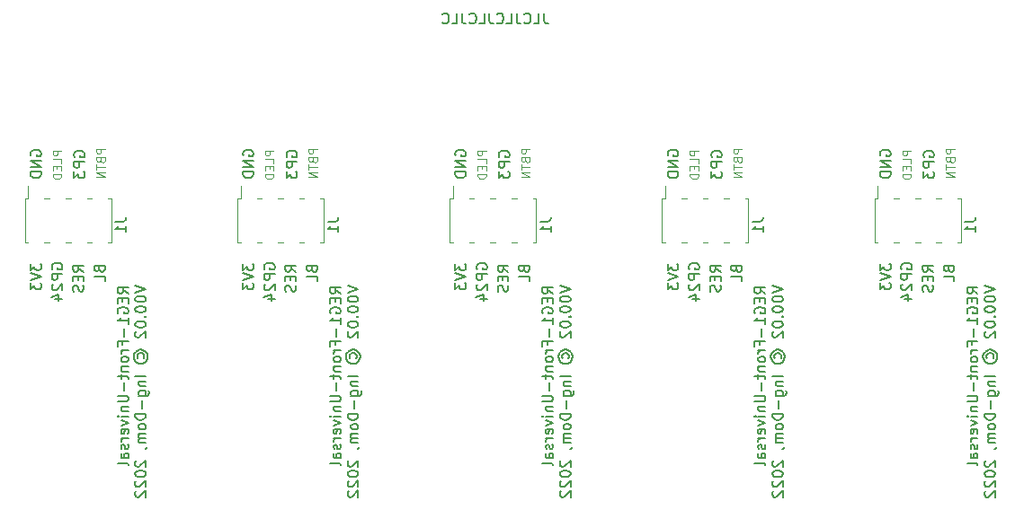
<source format=gbr>
G04 #@! TF.GenerationSoftware,KiCad,Pcbnew,(5.1.4)-1*
G04 #@! TF.CreationDate,2023-01-28T22:22:51+01:00*
G04 #@! TF.ProjectId,REG1-Front-Universal - Kopie,52454731-2d46-4726-9f6e-742d556e6976,V00.01*
G04 #@! TF.SameCoordinates,Original*
G04 #@! TF.FileFunction,Legend,Bot*
G04 #@! TF.FilePolarity,Positive*
%FSLAX46Y46*%
G04 Gerber Fmt 4.6, Leading zero omitted, Abs format (unit mm)*
G04 Created by KiCad (PCBNEW (5.1.4)-1) date 2023-01-28 22:22:51*
%MOMM*%
%LPD*%
G04 APERTURE LIST*
%ADD10C,0.100000*%
%ADD11C,0.150000*%
%ADD12C,0.120000*%
G04 APERTURE END LIST*
D10*
X189021904Y-118207857D02*
X188221904Y-118207857D01*
X188221904Y-118512619D01*
X188260000Y-118588809D01*
X188298095Y-118626904D01*
X188374285Y-118665000D01*
X188488571Y-118665000D01*
X188564761Y-118626904D01*
X188602857Y-118588809D01*
X188640952Y-118512619D01*
X188640952Y-118207857D01*
X188602857Y-119274523D02*
X188640952Y-119388809D01*
X188679047Y-119426904D01*
X188755238Y-119465000D01*
X188869523Y-119465000D01*
X188945714Y-119426904D01*
X188983809Y-119388809D01*
X189021904Y-119312619D01*
X189021904Y-119007857D01*
X188221904Y-119007857D01*
X188221904Y-119274523D01*
X188260000Y-119350714D01*
X188298095Y-119388809D01*
X188374285Y-119426904D01*
X188450476Y-119426904D01*
X188526666Y-119388809D01*
X188564761Y-119350714D01*
X188602857Y-119274523D01*
X188602857Y-119007857D01*
X188221904Y-119693571D02*
X188221904Y-120150714D01*
X189021904Y-119922142D02*
X188221904Y-119922142D01*
X189021904Y-120417380D02*
X188221904Y-120417380D01*
X189021904Y-120874523D01*
X188221904Y-120874523D01*
X169021904Y-118207857D02*
X168221904Y-118207857D01*
X168221904Y-118512619D01*
X168260000Y-118588809D01*
X168298095Y-118626904D01*
X168374285Y-118665000D01*
X168488571Y-118665000D01*
X168564761Y-118626904D01*
X168602857Y-118588809D01*
X168640952Y-118512619D01*
X168640952Y-118207857D01*
X168602857Y-119274523D02*
X168640952Y-119388809D01*
X168679047Y-119426904D01*
X168755238Y-119465000D01*
X168869523Y-119465000D01*
X168945714Y-119426904D01*
X168983809Y-119388809D01*
X169021904Y-119312619D01*
X169021904Y-119007857D01*
X168221904Y-119007857D01*
X168221904Y-119274523D01*
X168260000Y-119350714D01*
X168298095Y-119388809D01*
X168374285Y-119426904D01*
X168450476Y-119426904D01*
X168526666Y-119388809D01*
X168564761Y-119350714D01*
X168602857Y-119274523D01*
X168602857Y-119007857D01*
X168221904Y-119693571D02*
X168221904Y-120150714D01*
X169021904Y-119922142D02*
X168221904Y-119922142D01*
X169021904Y-120417380D02*
X168221904Y-120417380D01*
X169021904Y-120874523D01*
X168221904Y-120874523D01*
X149021904Y-118207857D02*
X148221904Y-118207857D01*
X148221904Y-118512619D01*
X148260000Y-118588809D01*
X148298095Y-118626904D01*
X148374285Y-118665000D01*
X148488571Y-118665000D01*
X148564761Y-118626904D01*
X148602857Y-118588809D01*
X148640952Y-118512619D01*
X148640952Y-118207857D01*
X148602857Y-119274523D02*
X148640952Y-119388809D01*
X148679047Y-119426904D01*
X148755238Y-119465000D01*
X148869523Y-119465000D01*
X148945714Y-119426904D01*
X148983809Y-119388809D01*
X149021904Y-119312619D01*
X149021904Y-119007857D01*
X148221904Y-119007857D01*
X148221904Y-119274523D01*
X148260000Y-119350714D01*
X148298095Y-119388809D01*
X148374285Y-119426904D01*
X148450476Y-119426904D01*
X148526666Y-119388809D01*
X148564761Y-119350714D01*
X148602857Y-119274523D01*
X148602857Y-119007857D01*
X148221904Y-119693571D02*
X148221904Y-120150714D01*
X149021904Y-119922142D02*
X148221904Y-119922142D01*
X149021904Y-120417380D02*
X148221904Y-120417380D01*
X149021904Y-120874523D01*
X148221904Y-120874523D01*
X129021904Y-118207857D02*
X128221904Y-118207857D01*
X128221904Y-118512619D01*
X128260000Y-118588809D01*
X128298095Y-118626904D01*
X128374285Y-118665000D01*
X128488571Y-118665000D01*
X128564761Y-118626904D01*
X128602857Y-118588809D01*
X128640952Y-118512619D01*
X128640952Y-118207857D01*
X128602857Y-119274523D02*
X128640952Y-119388809D01*
X128679047Y-119426904D01*
X128755238Y-119465000D01*
X128869523Y-119465000D01*
X128945714Y-119426904D01*
X128983809Y-119388809D01*
X129021904Y-119312619D01*
X129021904Y-119007857D01*
X128221904Y-119007857D01*
X128221904Y-119274523D01*
X128260000Y-119350714D01*
X128298095Y-119388809D01*
X128374285Y-119426904D01*
X128450476Y-119426904D01*
X128526666Y-119388809D01*
X128564761Y-119350714D01*
X128602857Y-119274523D01*
X128602857Y-119007857D01*
X128221904Y-119693571D02*
X128221904Y-120150714D01*
X129021904Y-119922142D02*
X128221904Y-119922142D01*
X129021904Y-120417380D02*
X128221904Y-120417380D01*
X129021904Y-120874523D01*
X128221904Y-120874523D01*
D11*
X187012380Y-129787023D02*
X186536190Y-129453690D01*
X187012380Y-129215595D02*
X186012380Y-129215595D01*
X186012380Y-129596547D01*
X186060000Y-129691785D01*
X186107619Y-129739404D01*
X186202857Y-129787023D01*
X186345714Y-129787023D01*
X186440952Y-129739404D01*
X186488571Y-129691785D01*
X186536190Y-129596547D01*
X186536190Y-129215595D01*
X186488571Y-130215595D02*
X186488571Y-130548928D01*
X187012380Y-130691785D02*
X187012380Y-130215595D01*
X186012380Y-130215595D01*
X186012380Y-130691785D01*
X186964761Y-131072738D02*
X187012380Y-131215595D01*
X187012380Y-131453690D01*
X186964761Y-131548928D01*
X186917142Y-131596547D01*
X186821904Y-131644166D01*
X186726666Y-131644166D01*
X186631428Y-131596547D01*
X186583809Y-131548928D01*
X186536190Y-131453690D01*
X186488571Y-131263214D01*
X186440952Y-131167976D01*
X186393333Y-131120357D01*
X186298095Y-131072738D01*
X186202857Y-131072738D01*
X186107619Y-131120357D01*
X186060000Y-131167976D01*
X186012380Y-131263214D01*
X186012380Y-131501309D01*
X186060000Y-131644166D01*
X167012380Y-129787023D02*
X166536190Y-129453690D01*
X167012380Y-129215595D02*
X166012380Y-129215595D01*
X166012380Y-129596547D01*
X166060000Y-129691785D01*
X166107619Y-129739404D01*
X166202857Y-129787023D01*
X166345714Y-129787023D01*
X166440952Y-129739404D01*
X166488571Y-129691785D01*
X166536190Y-129596547D01*
X166536190Y-129215595D01*
X166488571Y-130215595D02*
X166488571Y-130548928D01*
X167012380Y-130691785D02*
X167012380Y-130215595D01*
X166012380Y-130215595D01*
X166012380Y-130691785D01*
X166964761Y-131072738D02*
X167012380Y-131215595D01*
X167012380Y-131453690D01*
X166964761Y-131548928D01*
X166917142Y-131596547D01*
X166821904Y-131644166D01*
X166726666Y-131644166D01*
X166631428Y-131596547D01*
X166583809Y-131548928D01*
X166536190Y-131453690D01*
X166488571Y-131263214D01*
X166440952Y-131167976D01*
X166393333Y-131120357D01*
X166298095Y-131072738D01*
X166202857Y-131072738D01*
X166107619Y-131120357D01*
X166060000Y-131167976D01*
X166012380Y-131263214D01*
X166012380Y-131501309D01*
X166060000Y-131644166D01*
X147012380Y-129787023D02*
X146536190Y-129453690D01*
X147012380Y-129215595D02*
X146012380Y-129215595D01*
X146012380Y-129596547D01*
X146060000Y-129691785D01*
X146107619Y-129739404D01*
X146202857Y-129787023D01*
X146345714Y-129787023D01*
X146440952Y-129739404D01*
X146488571Y-129691785D01*
X146536190Y-129596547D01*
X146536190Y-129215595D01*
X146488571Y-130215595D02*
X146488571Y-130548928D01*
X147012380Y-130691785D02*
X147012380Y-130215595D01*
X146012380Y-130215595D01*
X146012380Y-130691785D01*
X146964761Y-131072738D02*
X147012380Y-131215595D01*
X147012380Y-131453690D01*
X146964761Y-131548928D01*
X146917142Y-131596547D01*
X146821904Y-131644166D01*
X146726666Y-131644166D01*
X146631428Y-131596547D01*
X146583809Y-131548928D01*
X146536190Y-131453690D01*
X146488571Y-131263214D01*
X146440952Y-131167976D01*
X146393333Y-131120357D01*
X146298095Y-131072738D01*
X146202857Y-131072738D01*
X146107619Y-131120357D01*
X146060000Y-131167976D01*
X146012380Y-131263214D01*
X146012380Y-131501309D01*
X146060000Y-131644166D01*
X127012380Y-129787023D02*
X126536190Y-129453690D01*
X127012380Y-129215595D02*
X126012380Y-129215595D01*
X126012380Y-129596547D01*
X126060000Y-129691785D01*
X126107619Y-129739404D01*
X126202857Y-129787023D01*
X126345714Y-129787023D01*
X126440952Y-129739404D01*
X126488571Y-129691785D01*
X126536190Y-129596547D01*
X126536190Y-129215595D01*
X126488571Y-130215595D02*
X126488571Y-130548928D01*
X127012380Y-130691785D02*
X127012380Y-130215595D01*
X126012380Y-130215595D01*
X126012380Y-130691785D01*
X126964761Y-131072738D02*
X127012380Y-131215595D01*
X127012380Y-131453690D01*
X126964761Y-131548928D01*
X126917142Y-131596547D01*
X126821904Y-131644166D01*
X126726666Y-131644166D01*
X126631428Y-131596547D01*
X126583809Y-131548928D01*
X126536190Y-131453690D01*
X126488571Y-131263214D01*
X126440952Y-131167976D01*
X126393333Y-131120357D01*
X126298095Y-131072738D01*
X126202857Y-131072738D01*
X126107619Y-131120357D01*
X126060000Y-131167976D01*
X126012380Y-131263214D01*
X126012380Y-131501309D01*
X126060000Y-131644166D01*
X191217380Y-131847023D02*
X190741190Y-131513690D01*
X191217380Y-131275595D02*
X190217380Y-131275595D01*
X190217380Y-131656547D01*
X190265000Y-131751785D01*
X190312619Y-131799404D01*
X190407857Y-131847023D01*
X190550714Y-131847023D01*
X190645952Y-131799404D01*
X190693571Y-131751785D01*
X190741190Y-131656547D01*
X190741190Y-131275595D01*
X190693571Y-132275595D02*
X190693571Y-132608928D01*
X191217380Y-132751785D02*
X191217380Y-132275595D01*
X190217380Y-132275595D01*
X190217380Y-132751785D01*
X190265000Y-133704166D02*
X190217380Y-133608928D01*
X190217380Y-133466071D01*
X190265000Y-133323214D01*
X190360238Y-133227976D01*
X190455476Y-133180357D01*
X190645952Y-133132738D01*
X190788809Y-133132738D01*
X190979285Y-133180357D01*
X191074523Y-133227976D01*
X191169761Y-133323214D01*
X191217380Y-133466071D01*
X191217380Y-133561309D01*
X191169761Y-133704166D01*
X191122142Y-133751785D01*
X190788809Y-133751785D01*
X190788809Y-133561309D01*
X191217380Y-134704166D02*
X191217380Y-134132738D01*
X191217380Y-134418452D02*
X190217380Y-134418452D01*
X190360238Y-134323214D01*
X190455476Y-134227976D01*
X190503095Y-134132738D01*
X190836428Y-135132738D02*
X190836428Y-135894642D01*
X190693571Y-136704166D02*
X190693571Y-136370833D01*
X191217380Y-136370833D02*
X190217380Y-136370833D01*
X190217380Y-136847023D01*
X191217380Y-137227976D02*
X190550714Y-137227976D01*
X190741190Y-137227976D02*
X190645952Y-137275595D01*
X190598333Y-137323214D01*
X190550714Y-137418452D01*
X190550714Y-137513690D01*
X191217380Y-137989880D02*
X191169761Y-137894642D01*
X191122142Y-137847023D01*
X191026904Y-137799404D01*
X190741190Y-137799404D01*
X190645952Y-137847023D01*
X190598333Y-137894642D01*
X190550714Y-137989880D01*
X190550714Y-138132738D01*
X190598333Y-138227976D01*
X190645952Y-138275595D01*
X190741190Y-138323214D01*
X191026904Y-138323214D01*
X191122142Y-138275595D01*
X191169761Y-138227976D01*
X191217380Y-138132738D01*
X191217380Y-137989880D01*
X190550714Y-138751785D02*
X191217380Y-138751785D01*
X190645952Y-138751785D02*
X190598333Y-138799404D01*
X190550714Y-138894642D01*
X190550714Y-139037500D01*
X190598333Y-139132738D01*
X190693571Y-139180357D01*
X191217380Y-139180357D01*
X190550714Y-139513690D02*
X190550714Y-139894642D01*
X190217380Y-139656547D02*
X191074523Y-139656547D01*
X191169761Y-139704166D01*
X191217380Y-139799404D01*
X191217380Y-139894642D01*
X190836428Y-140227976D02*
X190836428Y-140989880D01*
X190217380Y-141466071D02*
X191026904Y-141466071D01*
X191122142Y-141513690D01*
X191169761Y-141561309D01*
X191217380Y-141656547D01*
X191217380Y-141847023D01*
X191169761Y-141942261D01*
X191122142Y-141989880D01*
X191026904Y-142037500D01*
X190217380Y-142037500D01*
X190550714Y-142513690D02*
X191217380Y-142513690D01*
X190645952Y-142513690D02*
X190598333Y-142561309D01*
X190550714Y-142656547D01*
X190550714Y-142799404D01*
X190598333Y-142894642D01*
X190693571Y-142942261D01*
X191217380Y-142942261D01*
X191217380Y-143418452D02*
X190550714Y-143418452D01*
X190217380Y-143418452D02*
X190265000Y-143370833D01*
X190312619Y-143418452D01*
X190265000Y-143466071D01*
X190217380Y-143418452D01*
X190312619Y-143418452D01*
X190550714Y-143799404D02*
X191217380Y-144037500D01*
X190550714Y-144275595D01*
X191169761Y-145037500D02*
X191217380Y-144942261D01*
X191217380Y-144751785D01*
X191169761Y-144656547D01*
X191074523Y-144608928D01*
X190693571Y-144608928D01*
X190598333Y-144656547D01*
X190550714Y-144751785D01*
X190550714Y-144942261D01*
X190598333Y-145037500D01*
X190693571Y-145085119D01*
X190788809Y-145085119D01*
X190884047Y-144608928D01*
X191217380Y-145513690D02*
X190550714Y-145513690D01*
X190741190Y-145513690D02*
X190645952Y-145561309D01*
X190598333Y-145608928D01*
X190550714Y-145704166D01*
X190550714Y-145799404D01*
X191169761Y-146085119D02*
X191217380Y-146180357D01*
X191217380Y-146370833D01*
X191169761Y-146466071D01*
X191074523Y-146513690D01*
X191026904Y-146513690D01*
X190931666Y-146466071D01*
X190884047Y-146370833D01*
X190884047Y-146227976D01*
X190836428Y-146132738D01*
X190741190Y-146085119D01*
X190693571Y-146085119D01*
X190598333Y-146132738D01*
X190550714Y-146227976D01*
X190550714Y-146370833D01*
X190598333Y-146466071D01*
X191217380Y-147370833D02*
X190693571Y-147370833D01*
X190598333Y-147323214D01*
X190550714Y-147227976D01*
X190550714Y-147037500D01*
X190598333Y-146942261D01*
X191169761Y-147370833D02*
X191217380Y-147275595D01*
X191217380Y-147037500D01*
X191169761Y-146942261D01*
X191074523Y-146894642D01*
X190979285Y-146894642D01*
X190884047Y-146942261D01*
X190836428Y-147037500D01*
X190836428Y-147275595D01*
X190788809Y-147370833D01*
X191217380Y-147989880D02*
X191169761Y-147894642D01*
X191074523Y-147847023D01*
X190217380Y-147847023D01*
X191867380Y-131132738D02*
X192867380Y-131466071D01*
X191867380Y-131799404D01*
X191867380Y-132323214D02*
X191867380Y-132418452D01*
X191915000Y-132513690D01*
X191962619Y-132561309D01*
X192057857Y-132608928D01*
X192248333Y-132656547D01*
X192486428Y-132656547D01*
X192676904Y-132608928D01*
X192772142Y-132561309D01*
X192819761Y-132513690D01*
X192867380Y-132418452D01*
X192867380Y-132323214D01*
X192819761Y-132227976D01*
X192772142Y-132180357D01*
X192676904Y-132132738D01*
X192486428Y-132085119D01*
X192248333Y-132085119D01*
X192057857Y-132132738D01*
X191962619Y-132180357D01*
X191915000Y-132227976D01*
X191867380Y-132323214D01*
X191867380Y-133275595D02*
X191867380Y-133370833D01*
X191915000Y-133466071D01*
X191962619Y-133513690D01*
X192057857Y-133561309D01*
X192248333Y-133608928D01*
X192486428Y-133608928D01*
X192676904Y-133561309D01*
X192772142Y-133513690D01*
X192819761Y-133466071D01*
X192867380Y-133370833D01*
X192867380Y-133275595D01*
X192819761Y-133180357D01*
X192772142Y-133132738D01*
X192676904Y-133085119D01*
X192486428Y-133037500D01*
X192248333Y-133037500D01*
X192057857Y-133085119D01*
X191962619Y-133132738D01*
X191915000Y-133180357D01*
X191867380Y-133275595D01*
X192772142Y-134037500D02*
X192819761Y-134085119D01*
X192867380Y-134037500D01*
X192819761Y-133989880D01*
X192772142Y-134037500D01*
X192867380Y-134037500D01*
X191867380Y-134704166D02*
X191867380Y-134799404D01*
X191915000Y-134894642D01*
X191962619Y-134942261D01*
X192057857Y-134989880D01*
X192248333Y-135037500D01*
X192486428Y-135037500D01*
X192676904Y-134989880D01*
X192772142Y-134942261D01*
X192819761Y-134894642D01*
X192867380Y-134799404D01*
X192867380Y-134704166D01*
X192819761Y-134608928D01*
X192772142Y-134561309D01*
X192676904Y-134513690D01*
X192486428Y-134466071D01*
X192248333Y-134466071D01*
X192057857Y-134513690D01*
X191962619Y-134561309D01*
X191915000Y-134608928D01*
X191867380Y-134704166D01*
X191962619Y-135418452D02*
X191915000Y-135466071D01*
X191867380Y-135561309D01*
X191867380Y-135799404D01*
X191915000Y-135894642D01*
X191962619Y-135942261D01*
X192057857Y-135989880D01*
X192153095Y-135989880D01*
X192295952Y-135942261D01*
X192867380Y-135370833D01*
X192867380Y-135989880D01*
X192105476Y-137989880D02*
X192057857Y-137894642D01*
X192057857Y-137704166D01*
X192105476Y-137608928D01*
X192200714Y-137513690D01*
X192295952Y-137466071D01*
X192486428Y-137466071D01*
X192581666Y-137513690D01*
X192676904Y-137608928D01*
X192724523Y-137704166D01*
X192724523Y-137894642D01*
X192676904Y-137989880D01*
X191724523Y-137799404D02*
X191772142Y-137561309D01*
X191915000Y-137323214D01*
X192153095Y-137180357D01*
X192391190Y-137132738D01*
X192629285Y-137180357D01*
X192867380Y-137323214D01*
X193010238Y-137561309D01*
X193057857Y-137799404D01*
X193010238Y-138037499D01*
X192867380Y-138275595D01*
X192629285Y-138418452D01*
X192391190Y-138466071D01*
X192153095Y-138418452D01*
X191915000Y-138275595D01*
X191772142Y-138037499D01*
X191724523Y-137799404D01*
X192867380Y-139656547D02*
X191867380Y-139656547D01*
X192200714Y-140132738D02*
X192867380Y-140132738D01*
X192295952Y-140132738D02*
X192248333Y-140180357D01*
X192200714Y-140275595D01*
X192200714Y-140418452D01*
X192248333Y-140513690D01*
X192343571Y-140561309D01*
X192867380Y-140561309D01*
X192200714Y-141466071D02*
X193010238Y-141466071D01*
X193105476Y-141418452D01*
X193153095Y-141370833D01*
X193200714Y-141275595D01*
X193200714Y-141132738D01*
X193153095Y-141037499D01*
X192819761Y-141466071D02*
X192867380Y-141370833D01*
X192867380Y-141180357D01*
X192819761Y-141085119D01*
X192772142Y-141037499D01*
X192676904Y-140989880D01*
X192391190Y-140989880D01*
X192295952Y-141037499D01*
X192248333Y-141085119D01*
X192200714Y-141180357D01*
X192200714Y-141370833D01*
X192248333Y-141466071D01*
X192486428Y-141942261D02*
X192486428Y-142704166D01*
X192867380Y-143180357D02*
X191867380Y-143180357D01*
X191867380Y-143418452D01*
X191915000Y-143561309D01*
X192010238Y-143656547D01*
X192105476Y-143704166D01*
X192295952Y-143751785D01*
X192438809Y-143751785D01*
X192629285Y-143704166D01*
X192724523Y-143656547D01*
X192819761Y-143561309D01*
X192867380Y-143418452D01*
X192867380Y-143180357D01*
X192867380Y-144323214D02*
X192819761Y-144227976D01*
X192772142Y-144180357D01*
X192676904Y-144132738D01*
X192391190Y-144132738D01*
X192295952Y-144180357D01*
X192248333Y-144227976D01*
X192200714Y-144323214D01*
X192200714Y-144466071D01*
X192248333Y-144561309D01*
X192295952Y-144608928D01*
X192391190Y-144656547D01*
X192676904Y-144656547D01*
X192772142Y-144608928D01*
X192819761Y-144561309D01*
X192867380Y-144466071D01*
X192867380Y-144323214D01*
X192867380Y-145085119D02*
X192200714Y-145085119D01*
X192295952Y-145085119D02*
X192248333Y-145132738D01*
X192200714Y-145227976D01*
X192200714Y-145370833D01*
X192248333Y-145466071D01*
X192343571Y-145513690D01*
X192867380Y-145513690D01*
X192343571Y-145513690D02*
X192248333Y-145561309D01*
X192200714Y-145656547D01*
X192200714Y-145799404D01*
X192248333Y-145894642D01*
X192343571Y-145942261D01*
X192867380Y-145942261D01*
X192819761Y-146466071D02*
X192867380Y-146466071D01*
X192962619Y-146418452D01*
X193010238Y-146370833D01*
X191962619Y-147608928D02*
X191915000Y-147656547D01*
X191867380Y-147751785D01*
X191867380Y-147989880D01*
X191915000Y-148085119D01*
X191962619Y-148132738D01*
X192057857Y-148180357D01*
X192153095Y-148180357D01*
X192295952Y-148132738D01*
X192867380Y-147561309D01*
X192867380Y-148180357D01*
X191867380Y-148799404D02*
X191867380Y-148894642D01*
X191915000Y-148989880D01*
X191962619Y-149037499D01*
X192057857Y-149085119D01*
X192248333Y-149132738D01*
X192486428Y-149132738D01*
X192676904Y-149085119D01*
X192772142Y-149037499D01*
X192819761Y-148989880D01*
X192867380Y-148894642D01*
X192867380Y-148799404D01*
X192819761Y-148704166D01*
X192772142Y-148656547D01*
X192676904Y-148608928D01*
X192486428Y-148561309D01*
X192248333Y-148561309D01*
X192057857Y-148608928D01*
X191962619Y-148656547D01*
X191915000Y-148704166D01*
X191867380Y-148799404D01*
X191962619Y-149513690D02*
X191915000Y-149561309D01*
X191867380Y-149656547D01*
X191867380Y-149894642D01*
X191915000Y-149989880D01*
X191962619Y-150037499D01*
X192057857Y-150085119D01*
X192153095Y-150085119D01*
X192295952Y-150037499D01*
X192867380Y-149466071D01*
X192867380Y-150085119D01*
X191962619Y-150466071D02*
X191915000Y-150513690D01*
X191867380Y-150608928D01*
X191867380Y-150847023D01*
X191915000Y-150942261D01*
X191962619Y-150989880D01*
X192057857Y-151037499D01*
X192153095Y-151037499D01*
X192295952Y-150989880D01*
X192867380Y-150418452D01*
X192867380Y-151037499D01*
X171217380Y-131847023D02*
X170741190Y-131513690D01*
X171217380Y-131275595D02*
X170217380Y-131275595D01*
X170217380Y-131656547D01*
X170265000Y-131751785D01*
X170312619Y-131799404D01*
X170407857Y-131847023D01*
X170550714Y-131847023D01*
X170645952Y-131799404D01*
X170693571Y-131751785D01*
X170741190Y-131656547D01*
X170741190Y-131275595D01*
X170693571Y-132275595D02*
X170693571Y-132608928D01*
X171217380Y-132751785D02*
X171217380Y-132275595D01*
X170217380Y-132275595D01*
X170217380Y-132751785D01*
X170265000Y-133704166D02*
X170217380Y-133608928D01*
X170217380Y-133466071D01*
X170265000Y-133323214D01*
X170360238Y-133227976D01*
X170455476Y-133180357D01*
X170645952Y-133132738D01*
X170788809Y-133132738D01*
X170979285Y-133180357D01*
X171074523Y-133227976D01*
X171169761Y-133323214D01*
X171217380Y-133466071D01*
X171217380Y-133561309D01*
X171169761Y-133704166D01*
X171122142Y-133751785D01*
X170788809Y-133751785D01*
X170788809Y-133561309D01*
X171217380Y-134704166D02*
X171217380Y-134132738D01*
X171217380Y-134418452D02*
X170217380Y-134418452D01*
X170360238Y-134323214D01*
X170455476Y-134227976D01*
X170503095Y-134132738D01*
X170836428Y-135132738D02*
X170836428Y-135894642D01*
X170693571Y-136704166D02*
X170693571Y-136370833D01*
X171217380Y-136370833D02*
X170217380Y-136370833D01*
X170217380Y-136847023D01*
X171217380Y-137227976D02*
X170550714Y-137227976D01*
X170741190Y-137227976D02*
X170645952Y-137275595D01*
X170598333Y-137323214D01*
X170550714Y-137418452D01*
X170550714Y-137513690D01*
X171217380Y-137989880D02*
X171169761Y-137894642D01*
X171122142Y-137847023D01*
X171026904Y-137799404D01*
X170741190Y-137799404D01*
X170645952Y-137847023D01*
X170598333Y-137894642D01*
X170550714Y-137989880D01*
X170550714Y-138132738D01*
X170598333Y-138227976D01*
X170645952Y-138275595D01*
X170741190Y-138323214D01*
X171026904Y-138323214D01*
X171122142Y-138275595D01*
X171169761Y-138227976D01*
X171217380Y-138132738D01*
X171217380Y-137989880D01*
X170550714Y-138751785D02*
X171217380Y-138751785D01*
X170645952Y-138751785D02*
X170598333Y-138799404D01*
X170550714Y-138894642D01*
X170550714Y-139037500D01*
X170598333Y-139132738D01*
X170693571Y-139180357D01*
X171217380Y-139180357D01*
X170550714Y-139513690D02*
X170550714Y-139894642D01*
X170217380Y-139656547D02*
X171074523Y-139656547D01*
X171169761Y-139704166D01*
X171217380Y-139799404D01*
X171217380Y-139894642D01*
X170836428Y-140227976D02*
X170836428Y-140989880D01*
X170217380Y-141466071D02*
X171026904Y-141466071D01*
X171122142Y-141513690D01*
X171169761Y-141561309D01*
X171217380Y-141656547D01*
X171217380Y-141847023D01*
X171169761Y-141942261D01*
X171122142Y-141989880D01*
X171026904Y-142037500D01*
X170217380Y-142037500D01*
X170550714Y-142513690D02*
X171217380Y-142513690D01*
X170645952Y-142513690D02*
X170598333Y-142561309D01*
X170550714Y-142656547D01*
X170550714Y-142799404D01*
X170598333Y-142894642D01*
X170693571Y-142942261D01*
X171217380Y-142942261D01*
X171217380Y-143418452D02*
X170550714Y-143418452D01*
X170217380Y-143418452D02*
X170265000Y-143370833D01*
X170312619Y-143418452D01*
X170265000Y-143466071D01*
X170217380Y-143418452D01*
X170312619Y-143418452D01*
X170550714Y-143799404D02*
X171217380Y-144037500D01*
X170550714Y-144275595D01*
X171169761Y-145037500D02*
X171217380Y-144942261D01*
X171217380Y-144751785D01*
X171169761Y-144656547D01*
X171074523Y-144608928D01*
X170693571Y-144608928D01*
X170598333Y-144656547D01*
X170550714Y-144751785D01*
X170550714Y-144942261D01*
X170598333Y-145037500D01*
X170693571Y-145085119D01*
X170788809Y-145085119D01*
X170884047Y-144608928D01*
X171217380Y-145513690D02*
X170550714Y-145513690D01*
X170741190Y-145513690D02*
X170645952Y-145561309D01*
X170598333Y-145608928D01*
X170550714Y-145704166D01*
X170550714Y-145799404D01*
X171169761Y-146085119D02*
X171217380Y-146180357D01*
X171217380Y-146370833D01*
X171169761Y-146466071D01*
X171074523Y-146513690D01*
X171026904Y-146513690D01*
X170931666Y-146466071D01*
X170884047Y-146370833D01*
X170884047Y-146227976D01*
X170836428Y-146132738D01*
X170741190Y-146085119D01*
X170693571Y-146085119D01*
X170598333Y-146132738D01*
X170550714Y-146227976D01*
X170550714Y-146370833D01*
X170598333Y-146466071D01*
X171217380Y-147370833D02*
X170693571Y-147370833D01*
X170598333Y-147323214D01*
X170550714Y-147227976D01*
X170550714Y-147037500D01*
X170598333Y-146942261D01*
X171169761Y-147370833D02*
X171217380Y-147275595D01*
X171217380Y-147037500D01*
X171169761Y-146942261D01*
X171074523Y-146894642D01*
X170979285Y-146894642D01*
X170884047Y-146942261D01*
X170836428Y-147037500D01*
X170836428Y-147275595D01*
X170788809Y-147370833D01*
X171217380Y-147989880D02*
X171169761Y-147894642D01*
X171074523Y-147847023D01*
X170217380Y-147847023D01*
X171867380Y-131132738D02*
X172867380Y-131466071D01*
X171867380Y-131799404D01*
X171867380Y-132323214D02*
X171867380Y-132418452D01*
X171915000Y-132513690D01*
X171962619Y-132561309D01*
X172057857Y-132608928D01*
X172248333Y-132656547D01*
X172486428Y-132656547D01*
X172676904Y-132608928D01*
X172772142Y-132561309D01*
X172819761Y-132513690D01*
X172867380Y-132418452D01*
X172867380Y-132323214D01*
X172819761Y-132227976D01*
X172772142Y-132180357D01*
X172676904Y-132132738D01*
X172486428Y-132085119D01*
X172248333Y-132085119D01*
X172057857Y-132132738D01*
X171962619Y-132180357D01*
X171915000Y-132227976D01*
X171867380Y-132323214D01*
X171867380Y-133275595D02*
X171867380Y-133370833D01*
X171915000Y-133466071D01*
X171962619Y-133513690D01*
X172057857Y-133561309D01*
X172248333Y-133608928D01*
X172486428Y-133608928D01*
X172676904Y-133561309D01*
X172772142Y-133513690D01*
X172819761Y-133466071D01*
X172867380Y-133370833D01*
X172867380Y-133275595D01*
X172819761Y-133180357D01*
X172772142Y-133132738D01*
X172676904Y-133085119D01*
X172486428Y-133037500D01*
X172248333Y-133037500D01*
X172057857Y-133085119D01*
X171962619Y-133132738D01*
X171915000Y-133180357D01*
X171867380Y-133275595D01*
X172772142Y-134037500D02*
X172819761Y-134085119D01*
X172867380Y-134037500D01*
X172819761Y-133989880D01*
X172772142Y-134037500D01*
X172867380Y-134037500D01*
X171867380Y-134704166D02*
X171867380Y-134799404D01*
X171915000Y-134894642D01*
X171962619Y-134942261D01*
X172057857Y-134989880D01*
X172248333Y-135037500D01*
X172486428Y-135037500D01*
X172676904Y-134989880D01*
X172772142Y-134942261D01*
X172819761Y-134894642D01*
X172867380Y-134799404D01*
X172867380Y-134704166D01*
X172819761Y-134608928D01*
X172772142Y-134561309D01*
X172676904Y-134513690D01*
X172486428Y-134466071D01*
X172248333Y-134466071D01*
X172057857Y-134513690D01*
X171962619Y-134561309D01*
X171915000Y-134608928D01*
X171867380Y-134704166D01*
X171962619Y-135418452D02*
X171915000Y-135466071D01*
X171867380Y-135561309D01*
X171867380Y-135799404D01*
X171915000Y-135894642D01*
X171962619Y-135942261D01*
X172057857Y-135989880D01*
X172153095Y-135989880D01*
X172295952Y-135942261D01*
X172867380Y-135370833D01*
X172867380Y-135989880D01*
X172105476Y-137989880D02*
X172057857Y-137894642D01*
X172057857Y-137704166D01*
X172105476Y-137608928D01*
X172200714Y-137513690D01*
X172295952Y-137466071D01*
X172486428Y-137466071D01*
X172581666Y-137513690D01*
X172676904Y-137608928D01*
X172724523Y-137704166D01*
X172724523Y-137894642D01*
X172676904Y-137989880D01*
X171724523Y-137799404D02*
X171772142Y-137561309D01*
X171915000Y-137323214D01*
X172153095Y-137180357D01*
X172391190Y-137132738D01*
X172629285Y-137180357D01*
X172867380Y-137323214D01*
X173010238Y-137561309D01*
X173057857Y-137799404D01*
X173010238Y-138037499D01*
X172867380Y-138275595D01*
X172629285Y-138418452D01*
X172391190Y-138466071D01*
X172153095Y-138418452D01*
X171915000Y-138275595D01*
X171772142Y-138037499D01*
X171724523Y-137799404D01*
X172867380Y-139656547D02*
X171867380Y-139656547D01*
X172200714Y-140132738D02*
X172867380Y-140132738D01*
X172295952Y-140132738D02*
X172248333Y-140180357D01*
X172200714Y-140275595D01*
X172200714Y-140418452D01*
X172248333Y-140513690D01*
X172343571Y-140561309D01*
X172867380Y-140561309D01*
X172200714Y-141466071D02*
X173010238Y-141466071D01*
X173105476Y-141418452D01*
X173153095Y-141370833D01*
X173200714Y-141275595D01*
X173200714Y-141132738D01*
X173153095Y-141037499D01*
X172819761Y-141466071D02*
X172867380Y-141370833D01*
X172867380Y-141180357D01*
X172819761Y-141085119D01*
X172772142Y-141037499D01*
X172676904Y-140989880D01*
X172391190Y-140989880D01*
X172295952Y-141037499D01*
X172248333Y-141085119D01*
X172200714Y-141180357D01*
X172200714Y-141370833D01*
X172248333Y-141466071D01*
X172486428Y-141942261D02*
X172486428Y-142704166D01*
X172867380Y-143180357D02*
X171867380Y-143180357D01*
X171867380Y-143418452D01*
X171915000Y-143561309D01*
X172010238Y-143656547D01*
X172105476Y-143704166D01*
X172295952Y-143751785D01*
X172438809Y-143751785D01*
X172629285Y-143704166D01*
X172724523Y-143656547D01*
X172819761Y-143561309D01*
X172867380Y-143418452D01*
X172867380Y-143180357D01*
X172867380Y-144323214D02*
X172819761Y-144227976D01*
X172772142Y-144180357D01*
X172676904Y-144132738D01*
X172391190Y-144132738D01*
X172295952Y-144180357D01*
X172248333Y-144227976D01*
X172200714Y-144323214D01*
X172200714Y-144466071D01*
X172248333Y-144561309D01*
X172295952Y-144608928D01*
X172391190Y-144656547D01*
X172676904Y-144656547D01*
X172772142Y-144608928D01*
X172819761Y-144561309D01*
X172867380Y-144466071D01*
X172867380Y-144323214D01*
X172867380Y-145085119D02*
X172200714Y-145085119D01*
X172295952Y-145085119D02*
X172248333Y-145132738D01*
X172200714Y-145227976D01*
X172200714Y-145370833D01*
X172248333Y-145466071D01*
X172343571Y-145513690D01*
X172867380Y-145513690D01*
X172343571Y-145513690D02*
X172248333Y-145561309D01*
X172200714Y-145656547D01*
X172200714Y-145799404D01*
X172248333Y-145894642D01*
X172343571Y-145942261D01*
X172867380Y-145942261D01*
X172819761Y-146466071D02*
X172867380Y-146466071D01*
X172962619Y-146418452D01*
X173010238Y-146370833D01*
X171962619Y-147608928D02*
X171915000Y-147656547D01*
X171867380Y-147751785D01*
X171867380Y-147989880D01*
X171915000Y-148085119D01*
X171962619Y-148132738D01*
X172057857Y-148180357D01*
X172153095Y-148180357D01*
X172295952Y-148132738D01*
X172867380Y-147561309D01*
X172867380Y-148180357D01*
X171867380Y-148799404D02*
X171867380Y-148894642D01*
X171915000Y-148989880D01*
X171962619Y-149037499D01*
X172057857Y-149085119D01*
X172248333Y-149132738D01*
X172486428Y-149132738D01*
X172676904Y-149085119D01*
X172772142Y-149037499D01*
X172819761Y-148989880D01*
X172867380Y-148894642D01*
X172867380Y-148799404D01*
X172819761Y-148704166D01*
X172772142Y-148656547D01*
X172676904Y-148608928D01*
X172486428Y-148561309D01*
X172248333Y-148561309D01*
X172057857Y-148608928D01*
X171962619Y-148656547D01*
X171915000Y-148704166D01*
X171867380Y-148799404D01*
X171962619Y-149513690D02*
X171915000Y-149561309D01*
X171867380Y-149656547D01*
X171867380Y-149894642D01*
X171915000Y-149989880D01*
X171962619Y-150037499D01*
X172057857Y-150085119D01*
X172153095Y-150085119D01*
X172295952Y-150037499D01*
X172867380Y-149466071D01*
X172867380Y-150085119D01*
X171962619Y-150466071D02*
X171915000Y-150513690D01*
X171867380Y-150608928D01*
X171867380Y-150847023D01*
X171915000Y-150942261D01*
X171962619Y-150989880D01*
X172057857Y-151037499D01*
X172153095Y-151037499D01*
X172295952Y-150989880D01*
X172867380Y-150418452D01*
X172867380Y-151037499D01*
X151217380Y-131847023D02*
X150741190Y-131513690D01*
X151217380Y-131275595D02*
X150217380Y-131275595D01*
X150217380Y-131656547D01*
X150265000Y-131751785D01*
X150312619Y-131799404D01*
X150407857Y-131847023D01*
X150550714Y-131847023D01*
X150645952Y-131799404D01*
X150693571Y-131751785D01*
X150741190Y-131656547D01*
X150741190Y-131275595D01*
X150693571Y-132275595D02*
X150693571Y-132608928D01*
X151217380Y-132751785D02*
X151217380Y-132275595D01*
X150217380Y-132275595D01*
X150217380Y-132751785D01*
X150265000Y-133704166D02*
X150217380Y-133608928D01*
X150217380Y-133466071D01*
X150265000Y-133323214D01*
X150360238Y-133227976D01*
X150455476Y-133180357D01*
X150645952Y-133132738D01*
X150788809Y-133132738D01*
X150979285Y-133180357D01*
X151074523Y-133227976D01*
X151169761Y-133323214D01*
X151217380Y-133466071D01*
X151217380Y-133561309D01*
X151169761Y-133704166D01*
X151122142Y-133751785D01*
X150788809Y-133751785D01*
X150788809Y-133561309D01*
X151217380Y-134704166D02*
X151217380Y-134132738D01*
X151217380Y-134418452D02*
X150217380Y-134418452D01*
X150360238Y-134323214D01*
X150455476Y-134227976D01*
X150503095Y-134132738D01*
X150836428Y-135132738D02*
X150836428Y-135894642D01*
X150693571Y-136704166D02*
X150693571Y-136370833D01*
X151217380Y-136370833D02*
X150217380Y-136370833D01*
X150217380Y-136847023D01*
X151217380Y-137227976D02*
X150550714Y-137227976D01*
X150741190Y-137227976D02*
X150645952Y-137275595D01*
X150598333Y-137323214D01*
X150550714Y-137418452D01*
X150550714Y-137513690D01*
X151217380Y-137989880D02*
X151169761Y-137894642D01*
X151122142Y-137847023D01*
X151026904Y-137799404D01*
X150741190Y-137799404D01*
X150645952Y-137847023D01*
X150598333Y-137894642D01*
X150550714Y-137989880D01*
X150550714Y-138132738D01*
X150598333Y-138227976D01*
X150645952Y-138275595D01*
X150741190Y-138323214D01*
X151026904Y-138323214D01*
X151122142Y-138275595D01*
X151169761Y-138227976D01*
X151217380Y-138132738D01*
X151217380Y-137989880D01*
X150550714Y-138751785D02*
X151217380Y-138751785D01*
X150645952Y-138751785D02*
X150598333Y-138799404D01*
X150550714Y-138894642D01*
X150550714Y-139037500D01*
X150598333Y-139132738D01*
X150693571Y-139180357D01*
X151217380Y-139180357D01*
X150550714Y-139513690D02*
X150550714Y-139894642D01*
X150217380Y-139656547D02*
X151074523Y-139656547D01*
X151169761Y-139704166D01*
X151217380Y-139799404D01*
X151217380Y-139894642D01*
X150836428Y-140227976D02*
X150836428Y-140989880D01*
X150217380Y-141466071D02*
X151026904Y-141466071D01*
X151122142Y-141513690D01*
X151169761Y-141561309D01*
X151217380Y-141656547D01*
X151217380Y-141847023D01*
X151169761Y-141942261D01*
X151122142Y-141989880D01*
X151026904Y-142037500D01*
X150217380Y-142037500D01*
X150550714Y-142513690D02*
X151217380Y-142513690D01*
X150645952Y-142513690D02*
X150598333Y-142561309D01*
X150550714Y-142656547D01*
X150550714Y-142799404D01*
X150598333Y-142894642D01*
X150693571Y-142942261D01*
X151217380Y-142942261D01*
X151217380Y-143418452D02*
X150550714Y-143418452D01*
X150217380Y-143418452D02*
X150265000Y-143370833D01*
X150312619Y-143418452D01*
X150265000Y-143466071D01*
X150217380Y-143418452D01*
X150312619Y-143418452D01*
X150550714Y-143799404D02*
X151217380Y-144037500D01*
X150550714Y-144275595D01*
X151169761Y-145037500D02*
X151217380Y-144942261D01*
X151217380Y-144751785D01*
X151169761Y-144656547D01*
X151074523Y-144608928D01*
X150693571Y-144608928D01*
X150598333Y-144656547D01*
X150550714Y-144751785D01*
X150550714Y-144942261D01*
X150598333Y-145037500D01*
X150693571Y-145085119D01*
X150788809Y-145085119D01*
X150884047Y-144608928D01*
X151217380Y-145513690D02*
X150550714Y-145513690D01*
X150741190Y-145513690D02*
X150645952Y-145561309D01*
X150598333Y-145608928D01*
X150550714Y-145704166D01*
X150550714Y-145799404D01*
X151169761Y-146085119D02*
X151217380Y-146180357D01*
X151217380Y-146370833D01*
X151169761Y-146466071D01*
X151074523Y-146513690D01*
X151026904Y-146513690D01*
X150931666Y-146466071D01*
X150884047Y-146370833D01*
X150884047Y-146227976D01*
X150836428Y-146132738D01*
X150741190Y-146085119D01*
X150693571Y-146085119D01*
X150598333Y-146132738D01*
X150550714Y-146227976D01*
X150550714Y-146370833D01*
X150598333Y-146466071D01*
X151217380Y-147370833D02*
X150693571Y-147370833D01*
X150598333Y-147323214D01*
X150550714Y-147227976D01*
X150550714Y-147037500D01*
X150598333Y-146942261D01*
X151169761Y-147370833D02*
X151217380Y-147275595D01*
X151217380Y-147037500D01*
X151169761Y-146942261D01*
X151074523Y-146894642D01*
X150979285Y-146894642D01*
X150884047Y-146942261D01*
X150836428Y-147037500D01*
X150836428Y-147275595D01*
X150788809Y-147370833D01*
X151217380Y-147989880D02*
X151169761Y-147894642D01*
X151074523Y-147847023D01*
X150217380Y-147847023D01*
X151867380Y-131132738D02*
X152867380Y-131466071D01*
X151867380Y-131799404D01*
X151867380Y-132323214D02*
X151867380Y-132418452D01*
X151915000Y-132513690D01*
X151962619Y-132561309D01*
X152057857Y-132608928D01*
X152248333Y-132656547D01*
X152486428Y-132656547D01*
X152676904Y-132608928D01*
X152772142Y-132561309D01*
X152819761Y-132513690D01*
X152867380Y-132418452D01*
X152867380Y-132323214D01*
X152819761Y-132227976D01*
X152772142Y-132180357D01*
X152676904Y-132132738D01*
X152486428Y-132085119D01*
X152248333Y-132085119D01*
X152057857Y-132132738D01*
X151962619Y-132180357D01*
X151915000Y-132227976D01*
X151867380Y-132323214D01*
X151867380Y-133275595D02*
X151867380Y-133370833D01*
X151915000Y-133466071D01*
X151962619Y-133513690D01*
X152057857Y-133561309D01*
X152248333Y-133608928D01*
X152486428Y-133608928D01*
X152676904Y-133561309D01*
X152772142Y-133513690D01*
X152819761Y-133466071D01*
X152867380Y-133370833D01*
X152867380Y-133275595D01*
X152819761Y-133180357D01*
X152772142Y-133132738D01*
X152676904Y-133085119D01*
X152486428Y-133037500D01*
X152248333Y-133037500D01*
X152057857Y-133085119D01*
X151962619Y-133132738D01*
X151915000Y-133180357D01*
X151867380Y-133275595D01*
X152772142Y-134037500D02*
X152819761Y-134085119D01*
X152867380Y-134037500D01*
X152819761Y-133989880D01*
X152772142Y-134037500D01*
X152867380Y-134037500D01*
X151867380Y-134704166D02*
X151867380Y-134799404D01*
X151915000Y-134894642D01*
X151962619Y-134942261D01*
X152057857Y-134989880D01*
X152248333Y-135037500D01*
X152486428Y-135037500D01*
X152676904Y-134989880D01*
X152772142Y-134942261D01*
X152819761Y-134894642D01*
X152867380Y-134799404D01*
X152867380Y-134704166D01*
X152819761Y-134608928D01*
X152772142Y-134561309D01*
X152676904Y-134513690D01*
X152486428Y-134466071D01*
X152248333Y-134466071D01*
X152057857Y-134513690D01*
X151962619Y-134561309D01*
X151915000Y-134608928D01*
X151867380Y-134704166D01*
X151962619Y-135418452D02*
X151915000Y-135466071D01*
X151867380Y-135561309D01*
X151867380Y-135799404D01*
X151915000Y-135894642D01*
X151962619Y-135942261D01*
X152057857Y-135989880D01*
X152153095Y-135989880D01*
X152295952Y-135942261D01*
X152867380Y-135370833D01*
X152867380Y-135989880D01*
X152105476Y-137989880D02*
X152057857Y-137894642D01*
X152057857Y-137704166D01*
X152105476Y-137608928D01*
X152200714Y-137513690D01*
X152295952Y-137466071D01*
X152486428Y-137466071D01*
X152581666Y-137513690D01*
X152676904Y-137608928D01*
X152724523Y-137704166D01*
X152724523Y-137894642D01*
X152676904Y-137989880D01*
X151724523Y-137799404D02*
X151772142Y-137561309D01*
X151915000Y-137323214D01*
X152153095Y-137180357D01*
X152391190Y-137132738D01*
X152629285Y-137180357D01*
X152867380Y-137323214D01*
X153010238Y-137561309D01*
X153057857Y-137799404D01*
X153010238Y-138037500D01*
X152867380Y-138275595D01*
X152629285Y-138418452D01*
X152391190Y-138466071D01*
X152153095Y-138418452D01*
X151915000Y-138275595D01*
X151772142Y-138037500D01*
X151724523Y-137799404D01*
X152867380Y-139656547D02*
X151867380Y-139656547D01*
X152200714Y-140132738D02*
X152867380Y-140132738D01*
X152295952Y-140132738D02*
X152248333Y-140180357D01*
X152200714Y-140275595D01*
X152200714Y-140418452D01*
X152248333Y-140513690D01*
X152343571Y-140561309D01*
X152867380Y-140561309D01*
X152200714Y-141466071D02*
X153010238Y-141466071D01*
X153105476Y-141418452D01*
X153153095Y-141370833D01*
X153200714Y-141275595D01*
X153200714Y-141132738D01*
X153153095Y-141037500D01*
X152819761Y-141466071D02*
X152867380Y-141370833D01*
X152867380Y-141180357D01*
X152819761Y-141085119D01*
X152772142Y-141037500D01*
X152676904Y-140989880D01*
X152391190Y-140989880D01*
X152295952Y-141037500D01*
X152248333Y-141085119D01*
X152200714Y-141180357D01*
X152200714Y-141370833D01*
X152248333Y-141466071D01*
X152486428Y-141942261D02*
X152486428Y-142704166D01*
X152867380Y-143180357D02*
X151867380Y-143180357D01*
X151867380Y-143418452D01*
X151915000Y-143561309D01*
X152010238Y-143656547D01*
X152105476Y-143704166D01*
X152295952Y-143751785D01*
X152438809Y-143751785D01*
X152629285Y-143704166D01*
X152724523Y-143656547D01*
X152819761Y-143561309D01*
X152867380Y-143418452D01*
X152867380Y-143180357D01*
X152867380Y-144323214D02*
X152819761Y-144227976D01*
X152772142Y-144180357D01*
X152676904Y-144132738D01*
X152391190Y-144132738D01*
X152295952Y-144180357D01*
X152248333Y-144227976D01*
X152200714Y-144323214D01*
X152200714Y-144466071D01*
X152248333Y-144561309D01*
X152295952Y-144608928D01*
X152391190Y-144656547D01*
X152676904Y-144656547D01*
X152772142Y-144608928D01*
X152819761Y-144561309D01*
X152867380Y-144466071D01*
X152867380Y-144323214D01*
X152867380Y-145085119D02*
X152200714Y-145085119D01*
X152295952Y-145085119D02*
X152248333Y-145132738D01*
X152200714Y-145227976D01*
X152200714Y-145370833D01*
X152248333Y-145466071D01*
X152343571Y-145513690D01*
X152867380Y-145513690D01*
X152343571Y-145513690D02*
X152248333Y-145561309D01*
X152200714Y-145656547D01*
X152200714Y-145799404D01*
X152248333Y-145894642D01*
X152343571Y-145942261D01*
X152867380Y-145942261D01*
X152819761Y-146466071D02*
X152867380Y-146466071D01*
X152962619Y-146418452D01*
X153010238Y-146370833D01*
X151962619Y-147608928D02*
X151915000Y-147656547D01*
X151867380Y-147751785D01*
X151867380Y-147989880D01*
X151915000Y-148085119D01*
X151962619Y-148132738D01*
X152057857Y-148180357D01*
X152153095Y-148180357D01*
X152295952Y-148132738D01*
X152867380Y-147561309D01*
X152867380Y-148180357D01*
X151867380Y-148799404D02*
X151867380Y-148894642D01*
X151915000Y-148989880D01*
X151962619Y-149037500D01*
X152057857Y-149085119D01*
X152248333Y-149132738D01*
X152486428Y-149132738D01*
X152676904Y-149085119D01*
X152772142Y-149037500D01*
X152819761Y-148989880D01*
X152867380Y-148894642D01*
X152867380Y-148799404D01*
X152819761Y-148704166D01*
X152772142Y-148656547D01*
X152676904Y-148608928D01*
X152486428Y-148561309D01*
X152248333Y-148561309D01*
X152057857Y-148608928D01*
X151962619Y-148656547D01*
X151915000Y-148704166D01*
X151867380Y-148799404D01*
X151962619Y-149513690D02*
X151915000Y-149561309D01*
X151867380Y-149656547D01*
X151867380Y-149894642D01*
X151915000Y-149989880D01*
X151962619Y-150037500D01*
X152057857Y-150085119D01*
X152153095Y-150085119D01*
X152295952Y-150037500D01*
X152867380Y-149466071D01*
X152867380Y-150085119D01*
X151962619Y-150466071D02*
X151915000Y-150513690D01*
X151867380Y-150608928D01*
X151867380Y-150847023D01*
X151915000Y-150942261D01*
X151962619Y-150989880D01*
X152057857Y-151037500D01*
X152153095Y-151037500D01*
X152295952Y-150989880D01*
X152867380Y-150418452D01*
X152867380Y-151037500D01*
X131217380Y-131847023D02*
X130741190Y-131513690D01*
X131217380Y-131275595D02*
X130217380Y-131275595D01*
X130217380Y-131656547D01*
X130265000Y-131751785D01*
X130312619Y-131799404D01*
X130407857Y-131847023D01*
X130550714Y-131847023D01*
X130645952Y-131799404D01*
X130693571Y-131751785D01*
X130741190Y-131656547D01*
X130741190Y-131275595D01*
X130693571Y-132275595D02*
X130693571Y-132608928D01*
X131217380Y-132751785D02*
X131217380Y-132275595D01*
X130217380Y-132275595D01*
X130217380Y-132751785D01*
X130265000Y-133704166D02*
X130217380Y-133608928D01*
X130217380Y-133466071D01*
X130265000Y-133323214D01*
X130360238Y-133227976D01*
X130455476Y-133180357D01*
X130645952Y-133132738D01*
X130788809Y-133132738D01*
X130979285Y-133180357D01*
X131074523Y-133227976D01*
X131169761Y-133323214D01*
X131217380Y-133466071D01*
X131217380Y-133561309D01*
X131169761Y-133704166D01*
X131122142Y-133751785D01*
X130788809Y-133751785D01*
X130788809Y-133561309D01*
X131217380Y-134704166D02*
X131217380Y-134132738D01*
X131217380Y-134418452D02*
X130217380Y-134418452D01*
X130360238Y-134323214D01*
X130455476Y-134227976D01*
X130503095Y-134132738D01*
X130836428Y-135132738D02*
X130836428Y-135894642D01*
X130693571Y-136704166D02*
X130693571Y-136370833D01*
X131217380Y-136370833D02*
X130217380Y-136370833D01*
X130217380Y-136847023D01*
X131217380Y-137227976D02*
X130550714Y-137227976D01*
X130741190Y-137227976D02*
X130645952Y-137275595D01*
X130598333Y-137323214D01*
X130550714Y-137418452D01*
X130550714Y-137513690D01*
X131217380Y-137989880D02*
X131169761Y-137894642D01*
X131122142Y-137847023D01*
X131026904Y-137799404D01*
X130741190Y-137799404D01*
X130645952Y-137847023D01*
X130598333Y-137894642D01*
X130550714Y-137989880D01*
X130550714Y-138132738D01*
X130598333Y-138227976D01*
X130645952Y-138275595D01*
X130741190Y-138323214D01*
X131026904Y-138323214D01*
X131122142Y-138275595D01*
X131169761Y-138227976D01*
X131217380Y-138132738D01*
X131217380Y-137989880D01*
X130550714Y-138751785D02*
X131217380Y-138751785D01*
X130645952Y-138751785D02*
X130598333Y-138799404D01*
X130550714Y-138894642D01*
X130550714Y-139037500D01*
X130598333Y-139132738D01*
X130693571Y-139180357D01*
X131217380Y-139180357D01*
X130550714Y-139513690D02*
X130550714Y-139894642D01*
X130217380Y-139656547D02*
X131074523Y-139656547D01*
X131169761Y-139704166D01*
X131217380Y-139799404D01*
X131217380Y-139894642D01*
X130836428Y-140227976D02*
X130836428Y-140989880D01*
X130217380Y-141466071D02*
X131026904Y-141466071D01*
X131122142Y-141513690D01*
X131169761Y-141561309D01*
X131217380Y-141656547D01*
X131217380Y-141847023D01*
X131169761Y-141942261D01*
X131122142Y-141989880D01*
X131026904Y-142037500D01*
X130217380Y-142037500D01*
X130550714Y-142513690D02*
X131217380Y-142513690D01*
X130645952Y-142513690D02*
X130598333Y-142561309D01*
X130550714Y-142656547D01*
X130550714Y-142799404D01*
X130598333Y-142894642D01*
X130693571Y-142942261D01*
X131217380Y-142942261D01*
X131217380Y-143418452D02*
X130550714Y-143418452D01*
X130217380Y-143418452D02*
X130265000Y-143370833D01*
X130312619Y-143418452D01*
X130265000Y-143466071D01*
X130217380Y-143418452D01*
X130312619Y-143418452D01*
X130550714Y-143799404D02*
X131217380Y-144037500D01*
X130550714Y-144275595D01*
X131169761Y-145037500D02*
X131217380Y-144942261D01*
X131217380Y-144751785D01*
X131169761Y-144656547D01*
X131074523Y-144608928D01*
X130693571Y-144608928D01*
X130598333Y-144656547D01*
X130550714Y-144751785D01*
X130550714Y-144942261D01*
X130598333Y-145037500D01*
X130693571Y-145085119D01*
X130788809Y-145085119D01*
X130884047Y-144608928D01*
X131217380Y-145513690D02*
X130550714Y-145513690D01*
X130741190Y-145513690D02*
X130645952Y-145561309D01*
X130598333Y-145608928D01*
X130550714Y-145704166D01*
X130550714Y-145799404D01*
X131169761Y-146085119D02*
X131217380Y-146180357D01*
X131217380Y-146370833D01*
X131169761Y-146466071D01*
X131074523Y-146513690D01*
X131026904Y-146513690D01*
X130931666Y-146466071D01*
X130884047Y-146370833D01*
X130884047Y-146227976D01*
X130836428Y-146132738D01*
X130741190Y-146085119D01*
X130693571Y-146085119D01*
X130598333Y-146132738D01*
X130550714Y-146227976D01*
X130550714Y-146370833D01*
X130598333Y-146466071D01*
X131217380Y-147370833D02*
X130693571Y-147370833D01*
X130598333Y-147323214D01*
X130550714Y-147227976D01*
X130550714Y-147037500D01*
X130598333Y-146942261D01*
X131169761Y-147370833D02*
X131217380Y-147275595D01*
X131217380Y-147037500D01*
X131169761Y-146942261D01*
X131074523Y-146894642D01*
X130979285Y-146894642D01*
X130884047Y-146942261D01*
X130836428Y-147037500D01*
X130836428Y-147275595D01*
X130788809Y-147370833D01*
X131217380Y-147989880D02*
X131169761Y-147894642D01*
X131074523Y-147847023D01*
X130217380Y-147847023D01*
X131867380Y-131132738D02*
X132867380Y-131466071D01*
X131867380Y-131799404D01*
X131867380Y-132323214D02*
X131867380Y-132418452D01*
X131915000Y-132513690D01*
X131962619Y-132561309D01*
X132057857Y-132608928D01*
X132248333Y-132656547D01*
X132486428Y-132656547D01*
X132676904Y-132608928D01*
X132772142Y-132561309D01*
X132819761Y-132513690D01*
X132867380Y-132418452D01*
X132867380Y-132323214D01*
X132819761Y-132227976D01*
X132772142Y-132180357D01*
X132676904Y-132132738D01*
X132486428Y-132085119D01*
X132248333Y-132085119D01*
X132057857Y-132132738D01*
X131962619Y-132180357D01*
X131915000Y-132227976D01*
X131867380Y-132323214D01*
X131867380Y-133275595D02*
X131867380Y-133370833D01*
X131915000Y-133466071D01*
X131962619Y-133513690D01*
X132057857Y-133561309D01*
X132248333Y-133608928D01*
X132486428Y-133608928D01*
X132676904Y-133561309D01*
X132772142Y-133513690D01*
X132819761Y-133466071D01*
X132867380Y-133370833D01*
X132867380Y-133275595D01*
X132819761Y-133180357D01*
X132772142Y-133132738D01*
X132676904Y-133085119D01*
X132486428Y-133037500D01*
X132248333Y-133037500D01*
X132057857Y-133085119D01*
X131962619Y-133132738D01*
X131915000Y-133180357D01*
X131867380Y-133275595D01*
X132772142Y-134037500D02*
X132819761Y-134085119D01*
X132867380Y-134037500D01*
X132819761Y-133989880D01*
X132772142Y-134037500D01*
X132867380Y-134037500D01*
X131867380Y-134704166D02*
X131867380Y-134799404D01*
X131915000Y-134894642D01*
X131962619Y-134942261D01*
X132057857Y-134989880D01*
X132248333Y-135037500D01*
X132486428Y-135037500D01*
X132676904Y-134989880D01*
X132772142Y-134942261D01*
X132819761Y-134894642D01*
X132867380Y-134799404D01*
X132867380Y-134704166D01*
X132819761Y-134608928D01*
X132772142Y-134561309D01*
X132676904Y-134513690D01*
X132486428Y-134466071D01*
X132248333Y-134466071D01*
X132057857Y-134513690D01*
X131962619Y-134561309D01*
X131915000Y-134608928D01*
X131867380Y-134704166D01*
X131962619Y-135418452D02*
X131915000Y-135466071D01*
X131867380Y-135561309D01*
X131867380Y-135799404D01*
X131915000Y-135894642D01*
X131962619Y-135942261D01*
X132057857Y-135989880D01*
X132153095Y-135989880D01*
X132295952Y-135942261D01*
X132867380Y-135370833D01*
X132867380Y-135989880D01*
X132105476Y-137989880D02*
X132057857Y-137894642D01*
X132057857Y-137704166D01*
X132105476Y-137608928D01*
X132200714Y-137513690D01*
X132295952Y-137466071D01*
X132486428Y-137466071D01*
X132581666Y-137513690D01*
X132676904Y-137608928D01*
X132724523Y-137704166D01*
X132724523Y-137894642D01*
X132676904Y-137989880D01*
X131724523Y-137799404D02*
X131772142Y-137561309D01*
X131915000Y-137323214D01*
X132153095Y-137180357D01*
X132391190Y-137132738D01*
X132629285Y-137180357D01*
X132867380Y-137323214D01*
X133010238Y-137561309D01*
X133057857Y-137799404D01*
X133010238Y-138037500D01*
X132867380Y-138275595D01*
X132629285Y-138418452D01*
X132391190Y-138466071D01*
X132153095Y-138418452D01*
X131915000Y-138275595D01*
X131772142Y-138037500D01*
X131724523Y-137799404D01*
X132867380Y-139656547D02*
X131867380Y-139656547D01*
X132200714Y-140132738D02*
X132867380Y-140132738D01*
X132295952Y-140132738D02*
X132248333Y-140180357D01*
X132200714Y-140275595D01*
X132200714Y-140418452D01*
X132248333Y-140513690D01*
X132343571Y-140561309D01*
X132867380Y-140561309D01*
X132200714Y-141466071D02*
X133010238Y-141466071D01*
X133105476Y-141418452D01*
X133153095Y-141370833D01*
X133200714Y-141275595D01*
X133200714Y-141132738D01*
X133153095Y-141037500D01*
X132819761Y-141466071D02*
X132867380Y-141370833D01*
X132867380Y-141180357D01*
X132819761Y-141085119D01*
X132772142Y-141037500D01*
X132676904Y-140989880D01*
X132391190Y-140989880D01*
X132295952Y-141037500D01*
X132248333Y-141085119D01*
X132200714Y-141180357D01*
X132200714Y-141370833D01*
X132248333Y-141466071D01*
X132486428Y-141942261D02*
X132486428Y-142704166D01*
X132867380Y-143180357D02*
X131867380Y-143180357D01*
X131867380Y-143418452D01*
X131915000Y-143561309D01*
X132010238Y-143656547D01*
X132105476Y-143704166D01*
X132295952Y-143751785D01*
X132438809Y-143751785D01*
X132629285Y-143704166D01*
X132724523Y-143656547D01*
X132819761Y-143561309D01*
X132867380Y-143418452D01*
X132867380Y-143180357D01*
X132867380Y-144323214D02*
X132819761Y-144227976D01*
X132772142Y-144180357D01*
X132676904Y-144132738D01*
X132391190Y-144132738D01*
X132295952Y-144180357D01*
X132248333Y-144227976D01*
X132200714Y-144323214D01*
X132200714Y-144466071D01*
X132248333Y-144561309D01*
X132295952Y-144608928D01*
X132391190Y-144656547D01*
X132676904Y-144656547D01*
X132772142Y-144608928D01*
X132819761Y-144561309D01*
X132867380Y-144466071D01*
X132867380Y-144323214D01*
X132867380Y-145085119D02*
X132200714Y-145085119D01*
X132295952Y-145085119D02*
X132248333Y-145132738D01*
X132200714Y-145227976D01*
X132200714Y-145370833D01*
X132248333Y-145466071D01*
X132343571Y-145513690D01*
X132867380Y-145513690D01*
X132343571Y-145513690D02*
X132248333Y-145561309D01*
X132200714Y-145656547D01*
X132200714Y-145799404D01*
X132248333Y-145894642D01*
X132343571Y-145942261D01*
X132867380Y-145942261D01*
X132819761Y-146466071D02*
X132867380Y-146466071D01*
X132962619Y-146418452D01*
X133010238Y-146370833D01*
X131962619Y-147608928D02*
X131915000Y-147656547D01*
X131867380Y-147751785D01*
X131867380Y-147989880D01*
X131915000Y-148085119D01*
X131962619Y-148132738D01*
X132057857Y-148180357D01*
X132153095Y-148180357D01*
X132295952Y-148132738D01*
X132867380Y-147561309D01*
X132867380Y-148180357D01*
X131867380Y-148799404D02*
X131867380Y-148894642D01*
X131915000Y-148989880D01*
X131962619Y-149037500D01*
X132057857Y-149085119D01*
X132248333Y-149132738D01*
X132486428Y-149132738D01*
X132676904Y-149085119D01*
X132772142Y-149037500D01*
X132819761Y-148989880D01*
X132867380Y-148894642D01*
X132867380Y-148799404D01*
X132819761Y-148704166D01*
X132772142Y-148656547D01*
X132676904Y-148608928D01*
X132486428Y-148561309D01*
X132248333Y-148561309D01*
X132057857Y-148608928D01*
X131962619Y-148656547D01*
X131915000Y-148704166D01*
X131867380Y-148799404D01*
X131962619Y-149513690D02*
X131915000Y-149561309D01*
X131867380Y-149656547D01*
X131867380Y-149894642D01*
X131915000Y-149989880D01*
X131962619Y-150037500D01*
X132057857Y-150085119D01*
X132153095Y-150085119D01*
X132295952Y-150037500D01*
X132867380Y-149466071D01*
X132867380Y-150085119D01*
X131962619Y-150466071D02*
X131915000Y-150513690D01*
X131867380Y-150608928D01*
X131867380Y-150847023D01*
X131915000Y-150942261D01*
X131962619Y-150989880D01*
X132057857Y-151037500D01*
X132153095Y-151037500D01*
X132295952Y-150989880D01*
X132867380Y-150418452D01*
X132867380Y-151037500D01*
X184060000Y-129539404D02*
X184012380Y-129444166D01*
X184012380Y-129301309D01*
X184060000Y-129158452D01*
X184155238Y-129063214D01*
X184250476Y-129015595D01*
X184440952Y-128967976D01*
X184583809Y-128967976D01*
X184774285Y-129015595D01*
X184869523Y-129063214D01*
X184964761Y-129158452D01*
X185012380Y-129301309D01*
X185012380Y-129396547D01*
X184964761Y-129539404D01*
X184917142Y-129587023D01*
X184583809Y-129587023D01*
X184583809Y-129396547D01*
X185012380Y-130015595D02*
X184012380Y-130015595D01*
X184012380Y-130396547D01*
X184060000Y-130491785D01*
X184107619Y-130539404D01*
X184202857Y-130587023D01*
X184345714Y-130587023D01*
X184440952Y-130539404D01*
X184488571Y-130491785D01*
X184536190Y-130396547D01*
X184536190Y-130015595D01*
X184107619Y-130967976D02*
X184060000Y-131015595D01*
X184012380Y-131110833D01*
X184012380Y-131348928D01*
X184060000Y-131444166D01*
X184107619Y-131491785D01*
X184202857Y-131539404D01*
X184298095Y-131539404D01*
X184440952Y-131491785D01*
X185012380Y-130920357D01*
X185012380Y-131539404D01*
X184345714Y-132396547D02*
X185012380Y-132396547D01*
X183964761Y-132158452D02*
X184679047Y-131920357D01*
X184679047Y-132539404D01*
X164060000Y-129539404D02*
X164012380Y-129444166D01*
X164012380Y-129301309D01*
X164060000Y-129158452D01*
X164155238Y-129063214D01*
X164250476Y-129015595D01*
X164440952Y-128967976D01*
X164583809Y-128967976D01*
X164774285Y-129015595D01*
X164869523Y-129063214D01*
X164964761Y-129158452D01*
X165012380Y-129301309D01*
X165012380Y-129396547D01*
X164964761Y-129539404D01*
X164917142Y-129587023D01*
X164583809Y-129587023D01*
X164583809Y-129396547D01*
X165012380Y-130015595D02*
X164012380Y-130015595D01*
X164012380Y-130396547D01*
X164060000Y-130491785D01*
X164107619Y-130539404D01*
X164202857Y-130587023D01*
X164345714Y-130587023D01*
X164440952Y-130539404D01*
X164488571Y-130491785D01*
X164536190Y-130396547D01*
X164536190Y-130015595D01*
X164107619Y-130967976D02*
X164060000Y-131015595D01*
X164012380Y-131110833D01*
X164012380Y-131348928D01*
X164060000Y-131444166D01*
X164107619Y-131491785D01*
X164202857Y-131539404D01*
X164298095Y-131539404D01*
X164440952Y-131491785D01*
X165012380Y-130920357D01*
X165012380Y-131539404D01*
X164345714Y-132396547D02*
X165012380Y-132396547D01*
X163964761Y-132158452D02*
X164679047Y-131920357D01*
X164679047Y-132539404D01*
X144060000Y-129539404D02*
X144012380Y-129444166D01*
X144012380Y-129301309D01*
X144060000Y-129158452D01*
X144155238Y-129063214D01*
X144250476Y-129015595D01*
X144440952Y-128967976D01*
X144583809Y-128967976D01*
X144774285Y-129015595D01*
X144869523Y-129063214D01*
X144964761Y-129158452D01*
X145012380Y-129301309D01*
X145012380Y-129396547D01*
X144964761Y-129539404D01*
X144917142Y-129587023D01*
X144583809Y-129587023D01*
X144583809Y-129396547D01*
X145012380Y-130015595D02*
X144012380Y-130015595D01*
X144012380Y-130396547D01*
X144060000Y-130491785D01*
X144107619Y-130539404D01*
X144202857Y-130587023D01*
X144345714Y-130587023D01*
X144440952Y-130539404D01*
X144488571Y-130491785D01*
X144536190Y-130396547D01*
X144536190Y-130015595D01*
X144107619Y-130967976D02*
X144060000Y-131015595D01*
X144012380Y-131110833D01*
X144012380Y-131348928D01*
X144060000Y-131444166D01*
X144107619Y-131491785D01*
X144202857Y-131539404D01*
X144298095Y-131539404D01*
X144440952Y-131491785D01*
X145012380Y-130920357D01*
X145012380Y-131539404D01*
X144345714Y-132396547D02*
X145012380Y-132396547D01*
X143964761Y-132158452D02*
X144679047Y-131920357D01*
X144679047Y-132539404D01*
X124060000Y-129539404D02*
X124012380Y-129444166D01*
X124012380Y-129301309D01*
X124060000Y-129158452D01*
X124155238Y-129063214D01*
X124250476Y-129015595D01*
X124440952Y-128967976D01*
X124583809Y-128967976D01*
X124774285Y-129015595D01*
X124869523Y-129063214D01*
X124964761Y-129158452D01*
X125012380Y-129301309D01*
X125012380Y-129396547D01*
X124964761Y-129539404D01*
X124917142Y-129587023D01*
X124583809Y-129587023D01*
X124583809Y-129396547D01*
X125012380Y-130015595D02*
X124012380Y-130015595D01*
X124012380Y-130396547D01*
X124060000Y-130491785D01*
X124107619Y-130539404D01*
X124202857Y-130587023D01*
X124345714Y-130587023D01*
X124440952Y-130539404D01*
X124488571Y-130491785D01*
X124536190Y-130396547D01*
X124536190Y-130015595D01*
X124107619Y-130967976D02*
X124060000Y-131015595D01*
X124012380Y-131110833D01*
X124012380Y-131348928D01*
X124060000Y-131444166D01*
X124107619Y-131491785D01*
X124202857Y-131539404D01*
X124298095Y-131539404D01*
X124440952Y-131491785D01*
X125012380Y-130920357D01*
X125012380Y-131539404D01*
X124345714Y-132396547D02*
X125012380Y-132396547D01*
X123964761Y-132158452D02*
X124679047Y-131920357D01*
X124679047Y-132539404D01*
X186160000Y-118942023D02*
X186112380Y-118846785D01*
X186112380Y-118703928D01*
X186160000Y-118561071D01*
X186255238Y-118465833D01*
X186350476Y-118418214D01*
X186540952Y-118370595D01*
X186683809Y-118370595D01*
X186874285Y-118418214D01*
X186969523Y-118465833D01*
X187064761Y-118561071D01*
X187112380Y-118703928D01*
X187112380Y-118799166D01*
X187064761Y-118942023D01*
X187017142Y-118989642D01*
X186683809Y-118989642D01*
X186683809Y-118799166D01*
X187112380Y-119418214D02*
X186112380Y-119418214D01*
X186112380Y-119799166D01*
X186160000Y-119894404D01*
X186207619Y-119942023D01*
X186302857Y-119989642D01*
X186445714Y-119989642D01*
X186540952Y-119942023D01*
X186588571Y-119894404D01*
X186636190Y-119799166D01*
X186636190Y-119418214D01*
X186112380Y-120322976D02*
X186112380Y-120942023D01*
X186493333Y-120608690D01*
X186493333Y-120751547D01*
X186540952Y-120846785D01*
X186588571Y-120894404D01*
X186683809Y-120942023D01*
X186921904Y-120942023D01*
X187017142Y-120894404D01*
X187064761Y-120846785D01*
X187112380Y-120751547D01*
X187112380Y-120465833D01*
X187064761Y-120370595D01*
X187017142Y-120322976D01*
X166160000Y-118942023D02*
X166112380Y-118846785D01*
X166112380Y-118703928D01*
X166160000Y-118561071D01*
X166255238Y-118465833D01*
X166350476Y-118418214D01*
X166540952Y-118370595D01*
X166683809Y-118370595D01*
X166874285Y-118418214D01*
X166969523Y-118465833D01*
X167064761Y-118561071D01*
X167112380Y-118703928D01*
X167112380Y-118799166D01*
X167064761Y-118942023D01*
X167017142Y-118989642D01*
X166683809Y-118989642D01*
X166683809Y-118799166D01*
X167112380Y-119418214D02*
X166112380Y-119418214D01*
X166112380Y-119799166D01*
X166160000Y-119894404D01*
X166207619Y-119942023D01*
X166302857Y-119989642D01*
X166445714Y-119989642D01*
X166540952Y-119942023D01*
X166588571Y-119894404D01*
X166636190Y-119799166D01*
X166636190Y-119418214D01*
X166112380Y-120322976D02*
X166112380Y-120942023D01*
X166493333Y-120608690D01*
X166493333Y-120751547D01*
X166540952Y-120846785D01*
X166588571Y-120894404D01*
X166683809Y-120942023D01*
X166921904Y-120942023D01*
X167017142Y-120894404D01*
X167064761Y-120846785D01*
X167112380Y-120751547D01*
X167112380Y-120465833D01*
X167064761Y-120370595D01*
X167017142Y-120322976D01*
X146160000Y-118942023D02*
X146112380Y-118846785D01*
X146112380Y-118703928D01*
X146160000Y-118561071D01*
X146255238Y-118465833D01*
X146350476Y-118418214D01*
X146540952Y-118370595D01*
X146683809Y-118370595D01*
X146874285Y-118418214D01*
X146969523Y-118465833D01*
X147064761Y-118561071D01*
X147112380Y-118703928D01*
X147112380Y-118799166D01*
X147064761Y-118942023D01*
X147017142Y-118989642D01*
X146683809Y-118989642D01*
X146683809Y-118799166D01*
X147112380Y-119418214D02*
X146112380Y-119418214D01*
X146112380Y-119799166D01*
X146160000Y-119894404D01*
X146207619Y-119942023D01*
X146302857Y-119989642D01*
X146445714Y-119989642D01*
X146540952Y-119942023D01*
X146588571Y-119894404D01*
X146636190Y-119799166D01*
X146636190Y-119418214D01*
X146112380Y-120322976D02*
X146112380Y-120942023D01*
X146493333Y-120608690D01*
X146493333Y-120751547D01*
X146540952Y-120846785D01*
X146588571Y-120894404D01*
X146683809Y-120942023D01*
X146921904Y-120942023D01*
X147017142Y-120894404D01*
X147064761Y-120846785D01*
X147112380Y-120751547D01*
X147112380Y-120465833D01*
X147064761Y-120370595D01*
X147017142Y-120322976D01*
X126160000Y-118942023D02*
X126112380Y-118846785D01*
X126112380Y-118703928D01*
X126160000Y-118561071D01*
X126255238Y-118465833D01*
X126350476Y-118418214D01*
X126540952Y-118370595D01*
X126683809Y-118370595D01*
X126874285Y-118418214D01*
X126969523Y-118465833D01*
X127064761Y-118561071D01*
X127112380Y-118703928D01*
X127112380Y-118799166D01*
X127064761Y-118942023D01*
X127017142Y-118989642D01*
X126683809Y-118989642D01*
X126683809Y-118799166D01*
X127112380Y-119418214D02*
X126112380Y-119418214D01*
X126112380Y-119799166D01*
X126160000Y-119894404D01*
X126207619Y-119942023D01*
X126302857Y-119989642D01*
X126445714Y-119989642D01*
X126540952Y-119942023D01*
X126588571Y-119894404D01*
X126636190Y-119799166D01*
X126636190Y-119418214D01*
X126112380Y-120322976D02*
X126112380Y-120942023D01*
X126493333Y-120608690D01*
X126493333Y-120751547D01*
X126540952Y-120846785D01*
X126588571Y-120894404D01*
X126683809Y-120942023D01*
X126921904Y-120942023D01*
X127017142Y-120894404D01*
X127064761Y-120846785D01*
X127112380Y-120751547D01*
X127112380Y-120465833D01*
X127064761Y-120370595D01*
X127017142Y-120322976D01*
X182060000Y-118846785D02*
X182012380Y-118751547D01*
X182012380Y-118608690D01*
X182060000Y-118465833D01*
X182155238Y-118370595D01*
X182250476Y-118322976D01*
X182440952Y-118275357D01*
X182583809Y-118275357D01*
X182774285Y-118322976D01*
X182869523Y-118370595D01*
X182964761Y-118465833D01*
X183012380Y-118608690D01*
X183012380Y-118703928D01*
X182964761Y-118846785D01*
X182917142Y-118894404D01*
X182583809Y-118894404D01*
X182583809Y-118703928D01*
X183012380Y-119322976D02*
X182012380Y-119322976D01*
X183012380Y-119894404D01*
X182012380Y-119894404D01*
X183012380Y-120370595D02*
X182012380Y-120370595D01*
X182012380Y-120608690D01*
X182060000Y-120751547D01*
X182155238Y-120846785D01*
X182250476Y-120894404D01*
X182440952Y-120942023D01*
X182583809Y-120942023D01*
X182774285Y-120894404D01*
X182869523Y-120846785D01*
X182964761Y-120751547D01*
X183012380Y-120608690D01*
X183012380Y-120370595D01*
X162060000Y-118846785D02*
X162012380Y-118751547D01*
X162012380Y-118608690D01*
X162060000Y-118465833D01*
X162155238Y-118370595D01*
X162250476Y-118322976D01*
X162440952Y-118275357D01*
X162583809Y-118275357D01*
X162774285Y-118322976D01*
X162869523Y-118370595D01*
X162964761Y-118465833D01*
X163012380Y-118608690D01*
X163012380Y-118703928D01*
X162964761Y-118846785D01*
X162917142Y-118894404D01*
X162583809Y-118894404D01*
X162583809Y-118703928D01*
X163012380Y-119322976D02*
X162012380Y-119322976D01*
X163012380Y-119894404D01*
X162012380Y-119894404D01*
X163012380Y-120370595D02*
X162012380Y-120370595D01*
X162012380Y-120608690D01*
X162060000Y-120751547D01*
X162155238Y-120846785D01*
X162250476Y-120894404D01*
X162440952Y-120942023D01*
X162583809Y-120942023D01*
X162774285Y-120894404D01*
X162869523Y-120846785D01*
X162964761Y-120751547D01*
X163012380Y-120608690D01*
X163012380Y-120370595D01*
X142060000Y-118846785D02*
X142012380Y-118751547D01*
X142012380Y-118608690D01*
X142060000Y-118465833D01*
X142155238Y-118370595D01*
X142250476Y-118322976D01*
X142440952Y-118275357D01*
X142583809Y-118275357D01*
X142774285Y-118322976D01*
X142869523Y-118370595D01*
X142964761Y-118465833D01*
X143012380Y-118608690D01*
X143012380Y-118703928D01*
X142964761Y-118846785D01*
X142917142Y-118894404D01*
X142583809Y-118894404D01*
X142583809Y-118703928D01*
X143012380Y-119322976D02*
X142012380Y-119322976D01*
X143012380Y-119894404D01*
X142012380Y-119894404D01*
X143012380Y-120370595D02*
X142012380Y-120370595D01*
X142012380Y-120608690D01*
X142060000Y-120751547D01*
X142155238Y-120846785D01*
X142250476Y-120894404D01*
X142440952Y-120942023D01*
X142583809Y-120942023D01*
X142774285Y-120894404D01*
X142869523Y-120846785D01*
X142964761Y-120751547D01*
X143012380Y-120608690D01*
X143012380Y-120370595D01*
X122060000Y-118846785D02*
X122012380Y-118751547D01*
X122012380Y-118608690D01*
X122060000Y-118465833D01*
X122155238Y-118370595D01*
X122250476Y-118322976D01*
X122440952Y-118275357D01*
X122583809Y-118275357D01*
X122774285Y-118322976D01*
X122869523Y-118370595D01*
X122964761Y-118465833D01*
X123012380Y-118608690D01*
X123012380Y-118703928D01*
X122964761Y-118846785D01*
X122917142Y-118894404D01*
X122583809Y-118894404D01*
X122583809Y-118703928D01*
X123012380Y-119322976D02*
X122012380Y-119322976D01*
X123012380Y-119894404D01*
X122012380Y-119894404D01*
X123012380Y-120370595D02*
X122012380Y-120370595D01*
X122012380Y-120608690D01*
X122060000Y-120751547D01*
X122155238Y-120846785D01*
X122250476Y-120894404D01*
X122440952Y-120942023D01*
X122583809Y-120942023D01*
X122774285Y-120894404D01*
X122869523Y-120846785D01*
X122964761Y-120751547D01*
X123012380Y-120608690D01*
X123012380Y-120370595D01*
X182012380Y-129020357D02*
X182012380Y-129639404D01*
X182393333Y-129306071D01*
X182393333Y-129448928D01*
X182440952Y-129544166D01*
X182488571Y-129591785D01*
X182583809Y-129639404D01*
X182821904Y-129639404D01*
X182917142Y-129591785D01*
X182964761Y-129544166D01*
X183012380Y-129448928D01*
X183012380Y-129163214D01*
X182964761Y-129067976D01*
X182917142Y-129020357D01*
X182012380Y-129925119D02*
X183012380Y-130258452D01*
X182012380Y-130591785D01*
X182012380Y-130829880D02*
X182012380Y-131448928D01*
X182393333Y-131115595D01*
X182393333Y-131258452D01*
X182440952Y-131353690D01*
X182488571Y-131401309D01*
X182583809Y-131448928D01*
X182821904Y-131448928D01*
X182917142Y-131401309D01*
X182964761Y-131353690D01*
X183012380Y-131258452D01*
X183012380Y-130972738D01*
X182964761Y-130877500D01*
X182917142Y-130829880D01*
X162012380Y-129020357D02*
X162012380Y-129639404D01*
X162393333Y-129306071D01*
X162393333Y-129448928D01*
X162440952Y-129544166D01*
X162488571Y-129591785D01*
X162583809Y-129639404D01*
X162821904Y-129639404D01*
X162917142Y-129591785D01*
X162964761Y-129544166D01*
X163012380Y-129448928D01*
X163012380Y-129163214D01*
X162964761Y-129067976D01*
X162917142Y-129020357D01*
X162012380Y-129925119D02*
X163012380Y-130258452D01*
X162012380Y-130591785D01*
X162012380Y-130829880D02*
X162012380Y-131448928D01*
X162393333Y-131115595D01*
X162393333Y-131258452D01*
X162440952Y-131353690D01*
X162488571Y-131401309D01*
X162583809Y-131448928D01*
X162821904Y-131448928D01*
X162917142Y-131401309D01*
X162964761Y-131353690D01*
X163012380Y-131258452D01*
X163012380Y-130972738D01*
X162964761Y-130877500D01*
X162917142Y-130829880D01*
X142012380Y-129020357D02*
X142012380Y-129639404D01*
X142393333Y-129306071D01*
X142393333Y-129448928D01*
X142440952Y-129544166D01*
X142488571Y-129591785D01*
X142583809Y-129639404D01*
X142821904Y-129639404D01*
X142917142Y-129591785D01*
X142964761Y-129544166D01*
X143012380Y-129448928D01*
X143012380Y-129163214D01*
X142964761Y-129067976D01*
X142917142Y-129020357D01*
X142012380Y-129925119D02*
X143012380Y-130258452D01*
X142012380Y-130591785D01*
X142012380Y-130829880D02*
X142012380Y-131448928D01*
X142393333Y-131115595D01*
X142393333Y-131258452D01*
X142440952Y-131353690D01*
X142488571Y-131401309D01*
X142583809Y-131448928D01*
X142821904Y-131448928D01*
X142917142Y-131401309D01*
X142964761Y-131353690D01*
X143012380Y-131258452D01*
X143012380Y-130972738D01*
X142964761Y-130877500D01*
X142917142Y-130829880D01*
X122012380Y-129020357D02*
X122012380Y-129639404D01*
X122393333Y-129306071D01*
X122393333Y-129448928D01*
X122440952Y-129544166D01*
X122488571Y-129591785D01*
X122583809Y-129639404D01*
X122821904Y-129639404D01*
X122917142Y-129591785D01*
X122964761Y-129544166D01*
X123012380Y-129448928D01*
X123012380Y-129163214D01*
X122964761Y-129067976D01*
X122917142Y-129020357D01*
X122012380Y-129925119D02*
X123012380Y-130258452D01*
X122012380Y-130591785D01*
X122012380Y-130829880D02*
X122012380Y-131448928D01*
X122393333Y-131115595D01*
X122393333Y-131258452D01*
X122440952Y-131353690D01*
X122488571Y-131401309D01*
X122583809Y-131448928D01*
X122821904Y-131448928D01*
X122917142Y-131401309D01*
X122964761Y-131353690D01*
X123012380Y-131258452D01*
X123012380Y-130972738D01*
X122964761Y-130877500D01*
X122917142Y-130829880D01*
D10*
X184921904Y-118384047D02*
X184121904Y-118384047D01*
X184121904Y-118688809D01*
X184160000Y-118765000D01*
X184198095Y-118803095D01*
X184274285Y-118841190D01*
X184388571Y-118841190D01*
X184464761Y-118803095D01*
X184502857Y-118765000D01*
X184540952Y-118688809D01*
X184540952Y-118384047D01*
X184921904Y-119565000D02*
X184921904Y-119184047D01*
X184121904Y-119184047D01*
X184502857Y-119831666D02*
X184502857Y-120098333D01*
X184921904Y-120212619D02*
X184921904Y-119831666D01*
X184121904Y-119831666D01*
X184121904Y-120212619D01*
X184921904Y-120555476D02*
X184121904Y-120555476D01*
X184121904Y-120745952D01*
X184160000Y-120860238D01*
X184236190Y-120936428D01*
X184312380Y-120974523D01*
X184464761Y-121012619D01*
X184579047Y-121012619D01*
X184731428Y-120974523D01*
X184807619Y-120936428D01*
X184883809Y-120860238D01*
X184921904Y-120745952D01*
X184921904Y-120555476D01*
X164921904Y-118384047D02*
X164121904Y-118384047D01*
X164121904Y-118688809D01*
X164160000Y-118765000D01*
X164198095Y-118803095D01*
X164274285Y-118841190D01*
X164388571Y-118841190D01*
X164464761Y-118803095D01*
X164502857Y-118765000D01*
X164540952Y-118688809D01*
X164540952Y-118384047D01*
X164921904Y-119565000D02*
X164921904Y-119184047D01*
X164121904Y-119184047D01*
X164502857Y-119831666D02*
X164502857Y-120098333D01*
X164921904Y-120212619D02*
X164921904Y-119831666D01*
X164121904Y-119831666D01*
X164121904Y-120212619D01*
X164921904Y-120555476D02*
X164121904Y-120555476D01*
X164121904Y-120745952D01*
X164160000Y-120860238D01*
X164236190Y-120936428D01*
X164312380Y-120974523D01*
X164464761Y-121012619D01*
X164579047Y-121012619D01*
X164731428Y-120974523D01*
X164807619Y-120936428D01*
X164883809Y-120860238D01*
X164921904Y-120745952D01*
X164921904Y-120555476D01*
X144921904Y-118384047D02*
X144121904Y-118384047D01*
X144121904Y-118688809D01*
X144160000Y-118765000D01*
X144198095Y-118803095D01*
X144274285Y-118841190D01*
X144388571Y-118841190D01*
X144464761Y-118803095D01*
X144502857Y-118765000D01*
X144540952Y-118688809D01*
X144540952Y-118384047D01*
X144921904Y-119565000D02*
X144921904Y-119184047D01*
X144121904Y-119184047D01*
X144502857Y-119831666D02*
X144502857Y-120098333D01*
X144921904Y-120212619D02*
X144921904Y-119831666D01*
X144121904Y-119831666D01*
X144121904Y-120212619D01*
X144921904Y-120555476D02*
X144121904Y-120555476D01*
X144121904Y-120745952D01*
X144160000Y-120860238D01*
X144236190Y-120936428D01*
X144312380Y-120974523D01*
X144464761Y-121012619D01*
X144579047Y-121012619D01*
X144731428Y-120974523D01*
X144807619Y-120936428D01*
X144883809Y-120860238D01*
X144921904Y-120745952D01*
X144921904Y-120555476D01*
X124921904Y-118384047D02*
X124121904Y-118384047D01*
X124121904Y-118688809D01*
X124160000Y-118765000D01*
X124198095Y-118803095D01*
X124274285Y-118841190D01*
X124388571Y-118841190D01*
X124464761Y-118803095D01*
X124502857Y-118765000D01*
X124540952Y-118688809D01*
X124540952Y-118384047D01*
X124921904Y-119565000D02*
X124921904Y-119184047D01*
X124121904Y-119184047D01*
X124502857Y-119831666D02*
X124502857Y-120098333D01*
X124921904Y-120212619D02*
X124921904Y-119831666D01*
X124121904Y-119831666D01*
X124121904Y-120212619D01*
X124921904Y-120555476D02*
X124121904Y-120555476D01*
X124121904Y-120745952D01*
X124160000Y-120860238D01*
X124236190Y-120936428D01*
X124312380Y-120974523D01*
X124464761Y-121012619D01*
X124579047Y-121012619D01*
X124731428Y-120974523D01*
X124807619Y-120936428D01*
X124883809Y-120860238D01*
X124921904Y-120745952D01*
X124921904Y-120555476D01*
D11*
X188488571Y-129548928D02*
X188536190Y-129691785D01*
X188583809Y-129739404D01*
X188679047Y-129787023D01*
X188821904Y-129787023D01*
X188917142Y-129739404D01*
X188964761Y-129691785D01*
X189012380Y-129596547D01*
X189012380Y-129215595D01*
X188012380Y-129215595D01*
X188012380Y-129548928D01*
X188060000Y-129644166D01*
X188107619Y-129691785D01*
X188202857Y-129739404D01*
X188298095Y-129739404D01*
X188393333Y-129691785D01*
X188440952Y-129644166D01*
X188488571Y-129548928D01*
X188488571Y-129215595D01*
X189012380Y-130691785D02*
X189012380Y-130215595D01*
X188012380Y-130215595D01*
X168488571Y-129548928D02*
X168536190Y-129691785D01*
X168583809Y-129739404D01*
X168679047Y-129787023D01*
X168821904Y-129787023D01*
X168917142Y-129739404D01*
X168964761Y-129691785D01*
X169012380Y-129596547D01*
X169012380Y-129215595D01*
X168012380Y-129215595D01*
X168012380Y-129548928D01*
X168060000Y-129644166D01*
X168107619Y-129691785D01*
X168202857Y-129739404D01*
X168298095Y-129739404D01*
X168393333Y-129691785D01*
X168440952Y-129644166D01*
X168488571Y-129548928D01*
X168488571Y-129215595D01*
X169012380Y-130691785D02*
X169012380Y-130215595D01*
X168012380Y-130215595D01*
X148488571Y-129548928D02*
X148536190Y-129691785D01*
X148583809Y-129739404D01*
X148679047Y-129787023D01*
X148821904Y-129787023D01*
X148917142Y-129739404D01*
X148964761Y-129691785D01*
X149012380Y-129596547D01*
X149012380Y-129215595D01*
X148012380Y-129215595D01*
X148012380Y-129548928D01*
X148060000Y-129644166D01*
X148107619Y-129691785D01*
X148202857Y-129739404D01*
X148298095Y-129739404D01*
X148393333Y-129691785D01*
X148440952Y-129644166D01*
X148488571Y-129548928D01*
X148488571Y-129215595D01*
X149012380Y-130691785D02*
X149012380Y-130215595D01*
X148012380Y-130215595D01*
X128488571Y-129548928D02*
X128536190Y-129691785D01*
X128583809Y-129739404D01*
X128679047Y-129787023D01*
X128821904Y-129787023D01*
X128917142Y-129739404D01*
X128964761Y-129691785D01*
X129012380Y-129596547D01*
X129012380Y-129215595D01*
X128012380Y-129215595D01*
X128012380Y-129548928D01*
X128060000Y-129644166D01*
X128107619Y-129691785D01*
X128202857Y-129739404D01*
X128298095Y-129739404D01*
X128393333Y-129691785D01*
X128440952Y-129644166D01*
X128488571Y-129548928D01*
X128488571Y-129215595D01*
X129012380Y-130691785D02*
X129012380Y-130215595D01*
X128012380Y-130215595D01*
X150369047Y-105402380D02*
X150369047Y-106116666D01*
X150416666Y-106259523D01*
X150511904Y-106354761D01*
X150654761Y-106402380D01*
X150750000Y-106402380D01*
X149416666Y-106402380D02*
X149892857Y-106402380D01*
X149892857Y-105402380D01*
X148511904Y-106307142D02*
X148559523Y-106354761D01*
X148702380Y-106402380D01*
X148797619Y-106402380D01*
X148940476Y-106354761D01*
X149035714Y-106259523D01*
X149083333Y-106164285D01*
X149130952Y-105973809D01*
X149130952Y-105830952D01*
X149083333Y-105640476D01*
X149035714Y-105545238D01*
X148940476Y-105450000D01*
X148797619Y-105402380D01*
X148702380Y-105402380D01*
X148559523Y-105450000D01*
X148511904Y-105497619D01*
X147797619Y-105402380D02*
X147797619Y-106116666D01*
X147845238Y-106259523D01*
X147940476Y-106354761D01*
X148083333Y-106402380D01*
X148178571Y-106402380D01*
X146845238Y-106402380D02*
X147321428Y-106402380D01*
X147321428Y-105402380D01*
X145940476Y-106307142D02*
X145988095Y-106354761D01*
X146130952Y-106402380D01*
X146226190Y-106402380D01*
X146369047Y-106354761D01*
X146464285Y-106259523D01*
X146511904Y-106164285D01*
X146559523Y-105973809D01*
X146559523Y-105830952D01*
X146511904Y-105640476D01*
X146464285Y-105545238D01*
X146369047Y-105450000D01*
X146226190Y-105402380D01*
X146130952Y-105402380D01*
X145988095Y-105450000D01*
X145940476Y-105497619D01*
X145226190Y-105402380D02*
X145226190Y-106116666D01*
X145273809Y-106259523D01*
X145369047Y-106354761D01*
X145511904Y-106402380D01*
X145607142Y-106402380D01*
X144273809Y-106402380D02*
X144750000Y-106402380D01*
X144750000Y-105402380D01*
X143369047Y-106307142D02*
X143416666Y-106354761D01*
X143559523Y-106402380D01*
X143654761Y-106402380D01*
X143797619Y-106354761D01*
X143892857Y-106259523D01*
X143940476Y-106164285D01*
X143988095Y-105973809D01*
X143988095Y-105830952D01*
X143940476Y-105640476D01*
X143892857Y-105545238D01*
X143797619Y-105450000D01*
X143654761Y-105402380D01*
X143559523Y-105402380D01*
X143416666Y-105450000D01*
X143369047Y-105497619D01*
X142654761Y-105402380D02*
X142654761Y-106116666D01*
X142702380Y-106259523D01*
X142797619Y-106354761D01*
X142940476Y-106402380D01*
X143035714Y-106402380D01*
X141702380Y-106402380D02*
X142178571Y-106402380D01*
X142178571Y-105402380D01*
X140797619Y-106307142D02*
X140845238Y-106354761D01*
X140988095Y-106402380D01*
X141083333Y-106402380D01*
X141226190Y-106354761D01*
X141321428Y-106259523D01*
X141369047Y-106164285D01*
X141416666Y-105973809D01*
X141416666Y-105830952D01*
X141369047Y-105640476D01*
X141321428Y-105545238D01*
X141226190Y-105450000D01*
X141083333Y-105402380D01*
X140988095Y-105402380D01*
X140845238Y-105450000D01*
X140797619Y-105497619D01*
X111217380Y-131847023D02*
X110741190Y-131513690D01*
X111217380Y-131275595D02*
X110217380Y-131275595D01*
X110217380Y-131656547D01*
X110265000Y-131751785D01*
X110312619Y-131799404D01*
X110407857Y-131847023D01*
X110550714Y-131847023D01*
X110645952Y-131799404D01*
X110693571Y-131751785D01*
X110741190Y-131656547D01*
X110741190Y-131275595D01*
X110693571Y-132275595D02*
X110693571Y-132608928D01*
X111217380Y-132751785D02*
X111217380Y-132275595D01*
X110217380Y-132275595D01*
X110217380Y-132751785D01*
X110265000Y-133704166D02*
X110217380Y-133608928D01*
X110217380Y-133466071D01*
X110265000Y-133323214D01*
X110360238Y-133227976D01*
X110455476Y-133180357D01*
X110645952Y-133132738D01*
X110788809Y-133132738D01*
X110979285Y-133180357D01*
X111074523Y-133227976D01*
X111169761Y-133323214D01*
X111217380Y-133466071D01*
X111217380Y-133561309D01*
X111169761Y-133704166D01*
X111122142Y-133751785D01*
X110788809Y-133751785D01*
X110788809Y-133561309D01*
X111217380Y-134704166D02*
X111217380Y-134132738D01*
X111217380Y-134418452D02*
X110217380Y-134418452D01*
X110360238Y-134323214D01*
X110455476Y-134227976D01*
X110503095Y-134132738D01*
X110836428Y-135132738D02*
X110836428Y-135894642D01*
X110693571Y-136704166D02*
X110693571Y-136370833D01*
X111217380Y-136370833D02*
X110217380Y-136370833D01*
X110217380Y-136847023D01*
X111217380Y-137227976D02*
X110550714Y-137227976D01*
X110741190Y-137227976D02*
X110645952Y-137275595D01*
X110598333Y-137323214D01*
X110550714Y-137418452D01*
X110550714Y-137513690D01*
X111217380Y-137989880D02*
X111169761Y-137894642D01*
X111122142Y-137847023D01*
X111026904Y-137799404D01*
X110741190Y-137799404D01*
X110645952Y-137847023D01*
X110598333Y-137894642D01*
X110550714Y-137989880D01*
X110550714Y-138132738D01*
X110598333Y-138227976D01*
X110645952Y-138275595D01*
X110741190Y-138323214D01*
X111026904Y-138323214D01*
X111122142Y-138275595D01*
X111169761Y-138227976D01*
X111217380Y-138132738D01*
X111217380Y-137989880D01*
X110550714Y-138751785D02*
X111217380Y-138751785D01*
X110645952Y-138751785D02*
X110598333Y-138799404D01*
X110550714Y-138894642D01*
X110550714Y-139037500D01*
X110598333Y-139132738D01*
X110693571Y-139180357D01*
X111217380Y-139180357D01*
X110550714Y-139513690D02*
X110550714Y-139894642D01*
X110217380Y-139656547D02*
X111074523Y-139656547D01*
X111169761Y-139704166D01*
X111217380Y-139799404D01*
X111217380Y-139894642D01*
X110836428Y-140227976D02*
X110836428Y-140989880D01*
X110217380Y-141466071D02*
X111026904Y-141466071D01*
X111122142Y-141513690D01*
X111169761Y-141561309D01*
X111217380Y-141656547D01*
X111217380Y-141847023D01*
X111169761Y-141942261D01*
X111122142Y-141989880D01*
X111026904Y-142037500D01*
X110217380Y-142037500D01*
X110550714Y-142513690D02*
X111217380Y-142513690D01*
X110645952Y-142513690D02*
X110598333Y-142561309D01*
X110550714Y-142656547D01*
X110550714Y-142799404D01*
X110598333Y-142894642D01*
X110693571Y-142942261D01*
X111217380Y-142942261D01*
X111217380Y-143418452D02*
X110550714Y-143418452D01*
X110217380Y-143418452D02*
X110265000Y-143370833D01*
X110312619Y-143418452D01*
X110265000Y-143466071D01*
X110217380Y-143418452D01*
X110312619Y-143418452D01*
X110550714Y-143799404D02*
X111217380Y-144037500D01*
X110550714Y-144275595D01*
X111169761Y-145037500D02*
X111217380Y-144942261D01*
X111217380Y-144751785D01*
X111169761Y-144656547D01*
X111074523Y-144608928D01*
X110693571Y-144608928D01*
X110598333Y-144656547D01*
X110550714Y-144751785D01*
X110550714Y-144942261D01*
X110598333Y-145037500D01*
X110693571Y-145085119D01*
X110788809Y-145085119D01*
X110884047Y-144608928D01*
X111217380Y-145513690D02*
X110550714Y-145513690D01*
X110741190Y-145513690D02*
X110645952Y-145561309D01*
X110598333Y-145608928D01*
X110550714Y-145704166D01*
X110550714Y-145799404D01*
X111169761Y-146085119D02*
X111217380Y-146180357D01*
X111217380Y-146370833D01*
X111169761Y-146466071D01*
X111074523Y-146513690D01*
X111026904Y-146513690D01*
X110931666Y-146466071D01*
X110884047Y-146370833D01*
X110884047Y-146227976D01*
X110836428Y-146132738D01*
X110741190Y-146085119D01*
X110693571Y-146085119D01*
X110598333Y-146132738D01*
X110550714Y-146227976D01*
X110550714Y-146370833D01*
X110598333Y-146466071D01*
X111217380Y-147370833D02*
X110693571Y-147370833D01*
X110598333Y-147323214D01*
X110550714Y-147227976D01*
X110550714Y-147037500D01*
X110598333Y-146942261D01*
X111169761Y-147370833D02*
X111217380Y-147275595D01*
X111217380Y-147037500D01*
X111169761Y-146942261D01*
X111074523Y-146894642D01*
X110979285Y-146894642D01*
X110884047Y-146942261D01*
X110836428Y-147037500D01*
X110836428Y-147275595D01*
X110788809Y-147370833D01*
X111217380Y-147989880D02*
X111169761Y-147894642D01*
X111074523Y-147847023D01*
X110217380Y-147847023D01*
X111867380Y-131132738D02*
X112867380Y-131466071D01*
X111867380Y-131799404D01*
X111867380Y-132323214D02*
X111867380Y-132418452D01*
X111915000Y-132513690D01*
X111962619Y-132561309D01*
X112057857Y-132608928D01*
X112248333Y-132656547D01*
X112486428Y-132656547D01*
X112676904Y-132608928D01*
X112772142Y-132561309D01*
X112819761Y-132513690D01*
X112867380Y-132418452D01*
X112867380Y-132323214D01*
X112819761Y-132227976D01*
X112772142Y-132180357D01*
X112676904Y-132132738D01*
X112486428Y-132085119D01*
X112248333Y-132085119D01*
X112057857Y-132132738D01*
X111962619Y-132180357D01*
X111915000Y-132227976D01*
X111867380Y-132323214D01*
X111867380Y-133275595D02*
X111867380Y-133370833D01*
X111915000Y-133466071D01*
X111962619Y-133513690D01*
X112057857Y-133561309D01*
X112248333Y-133608928D01*
X112486428Y-133608928D01*
X112676904Y-133561309D01*
X112772142Y-133513690D01*
X112819761Y-133466071D01*
X112867380Y-133370833D01*
X112867380Y-133275595D01*
X112819761Y-133180357D01*
X112772142Y-133132738D01*
X112676904Y-133085119D01*
X112486428Y-133037500D01*
X112248333Y-133037500D01*
X112057857Y-133085119D01*
X111962619Y-133132738D01*
X111915000Y-133180357D01*
X111867380Y-133275595D01*
X112772142Y-134037500D02*
X112819761Y-134085119D01*
X112867380Y-134037500D01*
X112819761Y-133989880D01*
X112772142Y-134037500D01*
X112867380Y-134037500D01*
X111867380Y-134704166D02*
X111867380Y-134799404D01*
X111915000Y-134894642D01*
X111962619Y-134942261D01*
X112057857Y-134989880D01*
X112248333Y-135037500D01*
X112486428Y-135037500D01*
X112676904Y-134989880D01*
X112772142Y-134942261D01*
X112819761Y-134894642D01*
X112867380Y-134799404D01*
X112867380Y-134704166D01*
X112819761Y-134608928D01*
X112772142Y-134561309D01*
X112676904Y-134513690D01*
X112486428Y-134466071D01*
X112248333Y-134466071D01*
X112057857Y-134513690D01*
X111962619Y-134561309D01*
X111915000Y-134608928D01*
X111867380Y-134704166D01*
X111962619Y-135418452D02*
X111915000Y-135466071D01*
X111867380Y-135561309D01*
X111867380Y-135799404D01*
X111915000Y-135894642D01*
X111962619Y-135942261D01*
X112057857Y-135989880D01*
X112153095Y-135989880D01*
X112295952Y-135942261D01*
X112867380Y-135370833D01*
X112867380Y-135989880D01*
X112105476Y-137989880D02*
X112057857Y-137894642D01*
X112057857Y-137704166D01*
X112105476Y-137608928D01*
X112200714Y-137513690D01*
X112295952Y-137466071D01*
X112486428Y-137466071D01*
X112581666Y-137513690D01*
X112676904Y-137608928D01*
X112724523Y-137704166D01*
X112724523Y-137894642D01*
X112676904Y-137989880D01*
X111724523Y-137799404D02*
X111772142Y-137561309D01*
X111915000Y-137323214D01*
X112153095Y-137180357D01*
X112391190Y-137132738D01*
X112629285Y-137180357D01*
X112867380Y-137323214D01*
X113010238Y-137561309D01*
X113057857Y-137799404D01*
X113010238Y-138037500D01*
X112867380Y-138275595D01*
X112629285Y-138418452D01*
X112391190Y-138466071D01*
X112153095Y-138418452D01*
X111915000Y-138275595D01*
X111772142Y-138037500D01*
X111724523Y-137799404D01*
X112867380Y-139656547D02*
X111867380Y-139656547D01*
X112200714Y-140132738D02*
X112867380Y-140132738D01*
X112295952Y-140132738D02*
X112248333Y-140180357D01*
X112200714Y-140275595D01*
X112200714Y-140418452D01*
X112248333Y-140513690D01*
X112343571Y-140561309D01*
X112867380Y-140561309D01*
X112200714Y-141466071D02*
X113010238Y-141466071D01*
X113105476Y-141418452D01*
X113153095Y-141370833D01*
X113200714Y-141275595D01*
X113200714Y-141132738D01*
X113153095Y-141037500D01*
X112819761Y-141466071D02*
X112867380Y-141370833D01*
X112867380Y-141180357D01*
X112819761Y-141085119D01*
X112772142Y-141037500D01*
X112676904Y-140989880D01*
X112391190Y-140989880D01*
X112295952Y-141037500D01*
X112248333Y-141085119D01*
X112200714Y-141180357D01*
X112200714Y-141370833D01*
X112248333Y-141466071D01*
X112486428Y-141942261D02*
X112486428Y-142704166D01*
X112867380Y-143180357D02*
X111867380Y-143180357D01*
X111867380Y-143418452D01*
X111915000Y-143561309D01*
X112010238Y-143656547D01*
X112105476Y-143704166D01*
X112295952Y-143751785D01*
X112438809Y-143751785D01*
X112629285Y-143704166D01*
X112724523Y-143656547D01*
X112819761Y-143561309D01*
X112867380Y-143418452D01*
X112867380Y-143180357D01*
X112867380Y-144323214D02*
X112819761Y-144227976D01*
X112772142Y-144180357D01*
X112676904Y-144132738D01*
X112391190Y-144132738D01*
X112295952Y-144180357D01*
X112248333Y-144227976D01*
X112200714Y-144323214D01*
X112200714Y-144466071D01*
X112248333Y-144561309D01*
X112295952Y-144608928D01*
X112391190Y-144656547D01*
X112676904Y-144656547D01*
X112772142Y-144608928D01*
X112819761Y-144561309D01*
X112867380Y-144466071D01*
X112867380Y-144323214D01*
X112867380Y-145085119D02*
X112200714Y-145085119D01*
X112295952Y-145085119D02*
X112248333Y-145132738D01*
X112200714Y-145227976D01*
X112200714Y-145370833D01*
X112248333Y-145466071D01*
X112343571Y-145513690D01*
X112867380Y-145513690D01*
X112343571Y-145513690D02*
X112248333Y-145561309D01*
X112200714Y-145656547D01*
X112200714Y-145799404D01*
X112248333Y-145894642D01*
X112343571Y-145942261D01*
X112867380Y-145942261D01*
X112819761Y-146466071D02*
X112867380Y-146466071D01*
X112962619Y-146418452D01*
X113010238Y-146370833D01*
X111962619Y-147608928D02*
X111915000Y-147656547D01*
X111867380Y-147751785D01*
X111867380Y-147989880D01*
X111915000Y-148085119D01*
X111962619Y-148132738D01*
X112057857Y-148180357D01*
X112153095Y-148180357D01*
X112295952Y-148132738D01*
X112867380Y-147561309D01*
X112867380Y-148180357D01*
X111867380Y-148799404D02*
X111867380Y-148894642D01*
X111915000Y-148989880D01*
X111962619Y-149037500D01*
X112057857Y-149085119D01*
X112248333Y-149132738D01*
X112486428Y-149132738D01*
X112676904Y-149085119D01*
X112772142Y-149037500D01*
X112819761Y-148989880D01*
X112867380Y-148894642D01*
X112867380Y-148799404D01*
X112819761Y-148704166D01*
X112772142Y-148656547D01*
X112676904Y-148608928D01*
X112486428Y-148561309D01*
X112248333Y-148561309D01*
X112057857Y-148608928D01*
X111962619Y-148656547D01*
X111915000Y-148704166D01*
X111867380Y-148799404D01*
X111962619Y-149513690D02*
X111915000Y-149561309D01*
X111867380Y-149656547D01*
X111867380Y-149894642D01*
X111915000Y-149989880D01*
X111962619Y-150037500D01*
X112057857Y-150085119D01*
X112153095Y-150085119D01*
X112295952Y-150037500D01*
X112867380Y-149466071D01*
X112867380Y-150085119D01*
X111962619Y-150466071D02*
X111915000Y-150513690D01*
X111867380Y-150608928D01*
X111867380Y-150847023D01*
X111915000Y-150942261D01*
X111962619Y-150989880D01*
X112057857Y-151037500D01*
X112153095Y-151037500D01*
X112295952Y-150989880D01*
X112867380Y-150418452D01*
X112867380Y-151037500D01*
D10*
X109021904Y-118207857D02*
X108221904Y-118207857D01*
X108221904Y-118512619D01*
X108260000Y-118588809D01*
X108298095Y-118626904D01*
X108374285Y-118665000D01*
X108488571Y-118665000D01*
X108564761Y-118626904D01*
X108602857Y-118588809D01*
X108640952Y-118512619D01*
X108640952Y-118207857D01*
X108602857Y-119274523D02*
X108640952Y-119388809D01*
X108679047Y-119426904D01*
X108755238Y-119465000D01*
X108869523Y-119465000D01*
X108945714Y-119426904D01*
X108983809Y-119388809D01*
X109021904Y-119312619D01*
X109021904Y-119007857D01*
X108221904Y-119007857D01*
X108221904Y-119274523D01*
X108260000Y-119350714D01*
X108298095Y-119388809D01*
X108374285Y-119426904D01*
X108450476Y-119426904D01*
X108526666Y-119388809D01*
X108564761Y-119350714D01*
X108602857Y-119274523D01*
X108602857Y-119007857D01*
X108221904Y-119693571D02*
X108221904Y-120150714D01*
X109021904Y-119922142D02*
X108221904Y-119922142D01*
X109021904Y-120417380D02*
X108221904Y-120417380D01*
X109021904Y-120874523D01*
X108221904Y-120874523D01*
D11*
X102012380Y-129020357D02*
X102012380Y-129639404D01*
X102393333Y-129306071D01*
X102393333Y-129448928D01*
X102440952Y-129544166D01*
X102488571Y-129591785D01*
X102583809Y-129639404D01*
X102821904Y-129639404D01*
X102917142Y-129591785D01*
X102964761Y-129544166D01*
X103012380Y-129448928D01*
X103012380Y-129163214D01*
X102964761Y-129067976D01*
X102917142Y-129020357D01*
X102012380Y-129925119D02*
X103012380Y-130258452D01*
X102012380Y-130591785D01*
X102012380Y-130829880D02*
X102012380Y-131448928D01*
X102393333Y-131115595D01*
X102393333Y-131258452D01*
X102440952Y-131353690D01*
X102488571Y-131401309D01*
X102583809Y-131448928D01*
X102821904Y-131448928D01*
X102917142Y-131401309D01*
X102964761Y-131353690D01*
X103012380Y-131258452D01*
X103012380Y-130972738D01*
X102964761Y-130877500D01*
X102917142Y-130829880D01*
X104060000Y-129539404D02*
X104012380Y-129444166D01*
X104012380Y-129301309D01*
X104060000Y-129158452D01*
X104155238Y-129063214D01*
X104250476Y-129015595D01*
X104440952Y-128967976D01*
X104583809Y-128967976D01*
X104774285Y-129015595D01*
X104869523Y-129063214D01*
X104964761Y-129158452D01*
X105012380Y-129301309D01*
X105012380Y-129396547D01*
X104964761Y-129539404D01*
X104917142Y-129587023D01*
X104583809Y-129587023D01*
X104583809Y-129396547D01*
X105012380Y-130015595D02*
X104012380Y-130015595D01*
X104012380Y-130396547D01*
X104060000Y-130491785D01*
X104107619Y-130539404D01*
X104202857Y-130587023D01*
X104345714Y-130587023D01*
X104440952Y-130539404D01*
X104488571Y-130491785D01*
X104536190Y-130396547D01*
X104536190Y-130015595D01*
X104107619Y-130967976D02*
X104060000Y-131015595D01*
X104012380Y-131110833D01*
X104012380Y-131348928D01*
X104060000Y-131444166D01*
X104107619Y-131491785D01*
X104202857Y-131539404D01*
X104298095Y-131539404D01*
X104440952Y-131491785D01*
X105012380Y-130920357D01*
X105012380Y-131539404D01*
X104345714Y-132396547D02*
X105012380Y-132396547D01*
X103964761Y-132158452D02*
X104679047Y-131920357D01*
X104679047Y-132539404D01*
X107012380Y-129787023D02*
X106536190Y-129453690D01*
X107012380Y-129215595D02*
X106012380Y-129215595D01*
X106012380Y-129596547D01*
X106060000Y-129691785D01*
X106107619Y-129739404D01*
X106202857Y-129787023D01*
X106345714Y-129787023D01*
X106440952Y-129739404D01*
X106488571Y-129691785D01*
X106536190Y-129596547D01*
X106536190Y-129215595D01*
X106488571Y-130215595D02*
X106488571Y-130548928D01*
X107012380Y-130691785D02*
X107012380Y-130215595D01*
X106012380Y-130215595D01*
X106012380Y-130691785D01*
X106964761Y-131072738D02*
X107012380Y-131215595D01*
X107012380Y-131453690D01*
X106964761Y-131548928D01*
X106917142Y-131596547D01*
X106821904Y-131644166D01*
X106726666Y-131644166D01*
X106631428Y-131596547D01*
X106583809Y-131548928D01*
X106536190Y-131453690D01*
X106488571Y-131263214D01*
X106440952Y-131167976D01*
X106393333Y-131120357D01*
X106298095Y-131072738D01*
X106202857Y-131072738D01*
X106107619Y-131120357D01*
X106060000Y-131167976D01*
X106012380Y-131263214D01*
X106012380Y-131501309D01*
X106060000Y-131644166D01*
X108488571Y-129548928D02*
X108536190Y-129691785D01*
X108583809Y-129739404D01*
X108679047Y-129787023D01*
X108821904Y-129787023D01*
X108917142Y-129739404D01*
X108964761Y-129691785D01*
X109012380Y-129596547D01*
X109012380Y-129215595D01*
X108012380Y-129215595D01*
X108012380Y-129548928D01*
X108060000Y-129644166D01*
X108107619Y-129691785D01*
X108202857Y-129739404D01*
X108298095Y-129739404D01*
X108393333Y-129691785D01*
X108440952Y-129644166D01*
X108488571Y-129548928D01*
X108488571Y-129215595D01*
X109012380Y-130691785D02*
X109012380Y-130215595D01*
X108012380Y-130215595D01*
X106160000Y-118942023D02*
X106112380Y-118846785D01*
X106112380Y-118703928D01*
X106160000Y-118561071D01*
X106255238Y-118465833D01*
X106350476Y-118418214D01*
X106540952Y-118370595D01*
X106683809Y-118370595D01*
X106874285Y-118418214D01*
X106969523Y-118465833D01*
X107064761Y-118561071D01*
X107112380Y-118703928D01*
X107112380Y-118799166D01*
X107064761Y-118942023D01*
X107017142Y-118989642D01*
X106683809Y-118989642D01*
X106683809Y-118799166D01*
X107112380Y-119418214D02*
X106112380Y-119418214D01*
X106112380Y-119799166D01*
X106160000Y-119894404D01*
X106207619Y-119942023D01*
X106302857Y-119989642D01*
X106445714Y-119989642D01*
X106540952Y-119942023D01*
X106588571Y-119894404D01*
X106636190Y-119799166D01*
X106636190Y-119418214D01*
X106112380Y-120322976D02*
X106112380Y-120942023D01*
X106493333Y-120608690D01*
X106493333Y-120751547D01*
X106540952Y-120846785D01*
X106588571Y-120894404D01*
X106683809Y-120942023D01*
X106921904Y-120942023D01*
X107017142Y-120894404D01*
X107064761Y-120846785D01*
X107112380Y-120751547D01*
X107112380Y-120465833D01*
X107064761Y-120370595D01*
X107017142Y-120322976D01*
D10*
X104921904Y-118384047D02*
X104121904Y-118384047D01*
X104121904Y-118688809D01*
X104160000Y-118765000D01*
X104198095Y-118803095D01*
X104274285Y-118841190D01*
X104388571Y-118841190D01*
X104464761Y-118803095D01*
X104502857Y-118765000D01*
X104540952Y-118688809D01*
X104540952Y-118384047D01*
X104921904Y-119565000D02*
X104921904Y-119184047D01*
X104121904Y-119184047D01*
X104502857Y-119831666D02*
X104502857Y-120098333D01*
X104921904Y-120212619D02*
X104921904Y-119831666D01*
X104121904Y-119831666D01*
X104121904Y-120212619D01*
X104921904Y-120555476D02*
X104121904Y-120555476D01*
X104121904Y-120745952D01*
X104160000Y-120860238D01*
X104236190Y-120936428D01*
X104312380Y-120974523D01*
X104464761Y-121012619D01*
X104579047Y-121012619D01*
X104731428Y-120974523D01*
X104807619Y-120936428D01*
X104883809Y-120860238D01*
X104921904Y-120745952D01*
X104921904Y-120555476D01*
D11*
X102060000Y-118846785D02*
X102012380Y-118751547D01*
X102012380Y-118608690D01*
X102060000Y-118465833D01*
X102155238Y-118370595D01*
X102250476Y-118322976D01*
X102440952Y-118275357D01*
X102583809Y-118275357D01*
X102774285Y-118322976D01*
X102869523Y-118370595D01*
X102964761Y-118465833D01*
X103012380Y-118608690D01*
X103012380Y-118703928D01*
X102964761Y-118846785D01*
X102917142Y-118894404D01*
X102583809Y-118894404D01*
X102583809Y-118703928D01*
X103012380Y-119322976D02*
X102012380Y-119322976D01*
X103012380Y-119894404D01*
X102012380Y-119894404D01*
X103012380Y-120370595D02*
X102012380Y-120370595D01*
X102012380Y-120608690D01*
X102060000Y-120751547D01*
X102155238Y-120846785D01*
X102250476Y-120894404D01*
X102440952Y-120942023D01*
X102583809Y-120942023D01*
X102774285Y-120894404D01*
X102869523Y-120846785D01*
X102964761Y-120751547D01*
X103012380Y-120608690D01*
X103012380Y-120370595D01*
D12*
X181500000Y-122920000D02*
X181500000Y-127040000D01*
X189620000Y-122920000D02*
X189620000Y-127040000D01*
X181800000Y-121665000D02*
X181800000Y-122920000D01*
X181500000Y-122920000D02*
X181800000Y-122920000D01*
X181500000Y-127040000D02*
X181800000Y-127040000D01*
X189320000Y-122920000D02*
X189620000Y-122920000D01*
X189320000Y-127040000D02*
X189620000Y-127040000D01*
X183320000Y-122920000D02*
X183800000Y-122920000D01*
X183320000Y-127040000D02*
X183800000Y-127040000D01*
X185320000Y-122920000D02*
X185800000Y-122920000D01*
X185320000Y-127040000D02*
X185800000Y-127040000D01*
X187320000Y-122920000D02*
X187800000Y-122920000D01*
X187320000Y-127040000D02*
X187800000Y-127040000D01*
X161500000Y-122920000D02*
X161500000Y-127040000D01*
X169620000Y-122920000D02*
X169620000Y-127040000D01*
X161800000Y-121665000D02*
X161800000Y-122920000D01*
X161500000Y-122920000D02*
X161800000Y-122920000D01*
X161500000Y-127040000D02*
X161800000Y-127040000D01*
X169320000Y-122920000D02*
X169620000Y-122920000D01*
X169320000Y-127040000D02*
X169620000Y-127040000D01*
X163320000Y-122920000D02*
X163800000Y-122920000D01*
X163320000Y-127040000D02*
X163800000Y-127040000D01*
X165320000Y-122920000D02*
X165800000Y-122920000D01*
X165320000Y-127040000D02*
X165800000Y-127040000D01*
X167320000Y-122920000D02*
X167800000Y-122920000D01*
X167320000Y-127040000D02*
X167800000Y-127040000D01*
X141500000Y-122920000D02*
X141500000Y-127040000D01*
X149620000Y-122920000D02*
X149620000Y-127040000D01*
X141800000Y-121665000D02*
X141800000Y-122920000D01*
X141500000Y-122920000D02*
X141800000Y-122920000D01*
X141500000Y-127040000D02*
X141800000Y-127040000D01*
X149320000Y-122920000D02*
X149620000Y-122920000D01*
X149320000Y-127040000D02*
X149620000Y-127040000D01*
X143320000Y-122920000D02*
X143800000Y-122920000D01*
X143320000Y-127040000D02*
X143800000Y-127040000D01*
X145320000Y-122920000D02*
X145800000Y-122920000D01*
X145320000Y-127040000D02*
X145800000Y-127040000D01*
X147320000Y-122920000D02*
X147800000Y-122920000D01*
X147320000Y-127040000D02*
X147800000Y-127040000D01*
X121500000Y-122920000D02*
X121500000Y-127040000D01*
X129620000Y-122920000D02*
X129620000Y-127040000D01*
X121800000Y-121665000D02*
X121800000Y-122920000D01*
X121500000Y-122920000D02*
X121800000Y-122920000D01*
X121500000Y-127040000D02*
X121800000Y-127040000D01*
X129320000Y-122920000D02*
X129620000Y-122920000D01*
X129320000Y-127040000D02*
X129620000Y-127040000D01*
X123320000Y-122920000D02*
X123800000Y-122920000D01*
X123320000Y-127040000D02*
X123800000Y-127040000D01*
X125320000Y-122920000D02*
X125800000Y-122920000D01*
X125320000Y-127040000D02*
X125800000Y-127040000D01*
X127320000Y-122920000D02*
X127800000Y-122920000D01*
X127320000Y-127040000D02*
X127800000Y-127040000D01*
X107320000Y-127040000D02*
X107800000Y-127040000D01*
X107320000Y-122920000D02*
X107800000Y-122920000D01*
X105320000Y-127040000D02*
X105800000Y-127040000D01*
X105320000Y-122920000D02*
X105800000Y-122920000D01*
X103320000Y-127040000D02*
X103800000Y-127040000D01*
X103320000Y-122920000D02*
X103800000Y-122920000D01*
X109320000Y-127040000D02*
X109620000Y-127040000D01*
X109320000Y-122920000D02*
X109620000Y-122920000D01*
X101500000Y-127040000D02*
X101800000Y-127040000D01*
X101500000Y-122920000D02*
X101800000Y-122920000D01*
X101800000Y-121665000D02*
X101800000Y-122920000D01*
X109620000Y-122920000D02*
X109620000Y-127040000D01*
X101500000Y-122920000D02*
X101500000Y-127040000D01*
D11*
X190012380Y-125046666D02*
X190726666Y-125046666D01*
X190869523Y-124999047D01*
X190964761Y-124903809D01*
X191012380Y-124760952D01*
X191012380Y-124665714D01*
X191012380Y-126046666D02*
X191012380Y-125475238D01*
X191012380Y-125760952D02*
X190012380Y-125760952D01*
X190155238Y-125665714D01*
X190250476Y-125570476D01*
X190298095Y-125475238D01*
X170012380Y-125046666D02*
X170726666Y-125046666D01*
X170869523Y-124999047D01*
X170964761Y-124903809D01*
X171012380Y-124760952D01*
X171012380Y-124665714D01*
X171012380Y-126046666D02*
X171012380Y-125475238D01*
X171012380Y-125760952D02*
X170012380Y-125760952D01*
X170155238Y-125665714D01*
X170250476Y-125570476D01*
X170298095Y-125475238D01*
X150012380Y-125046666D02*
X150726666Y-125046666D01*
X150869523Y-124999047D01*
X150964761Y-124903809D01*
X151012380Y-124760952D01*
X151012380Y-124665714D01*
X151012380Y-126046666D02*
X151012380Y-125475238D01*
X151012380Y-125760952D02*
X150012380Y-125760952D01*
X150155238Y-125665714D01*
X150250476Y-125570476D01*
X150298095Y-125475238D01*
X130012380Y-125046666D02*
X130726666Y-125046666D01*
X130869523Y-124999047D01*
X130964761Y-124903809D01*
X131012380Y-124760952D01*
X131012380Y-124665714D01*
X131012380Y-126046666D02*
X131012380Y-125475238D01*
X131012380Y-125760952D02*
X130012380Y-125760952D01*
X130155238Y-125665714D01*
X130250476Y-125570476D01*
X130298095Y-125475238D01*
X110012380Y-125046666D02*
X110726666Y-125046666D01*
X110869523Y-124999047D01*
X110964761Y-124903809D01*
X111012380Y-124760952D01*
X111012380Y-124665714D01*
X111012380Y-126046666D02*
X111012380Y-125475238D01*
X111012380Y-125760952D02*
X110012380Y-125760952D01*
X110155238Y-125665714D01*
X110250476Y-125570476D01*
X110298095Y-125475238D01*
M02*

</source>
